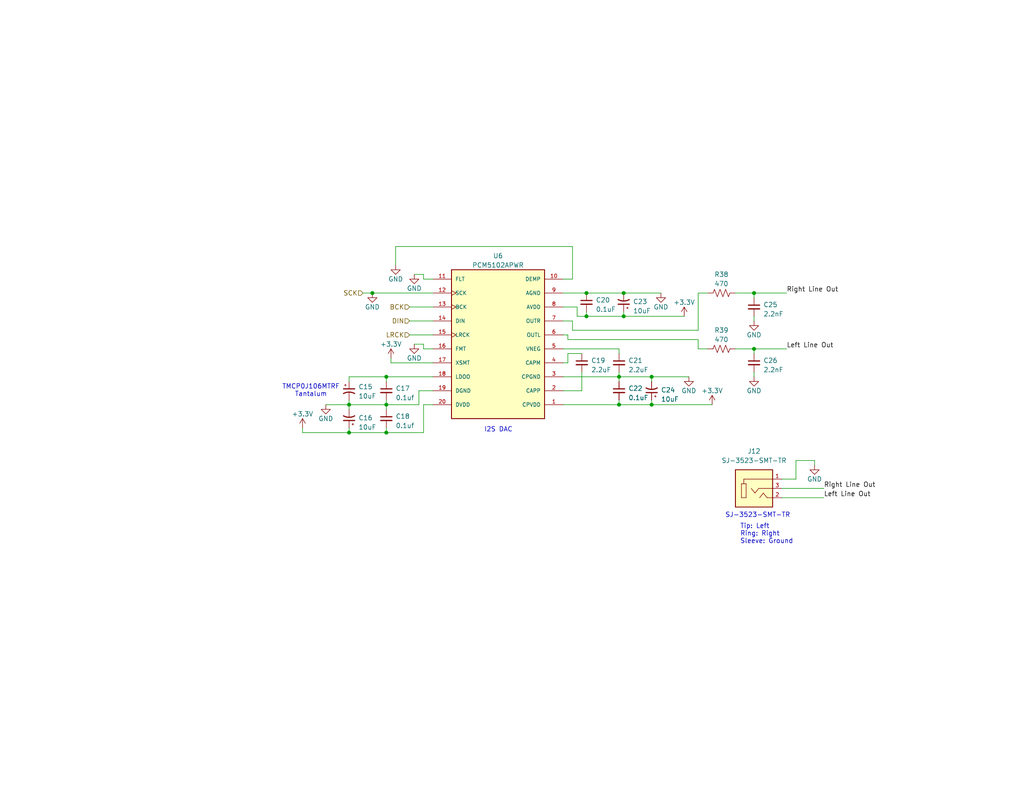
<source format=kicad_sch>
(kicad_sch
	(version 20231120)
	(generator "eeschema")
	(generator_version "8.0")
	(uuid "e0cda888-fb8e-4b5f-a87d-329666d29930")
	(paper "A")
	(title_block
		(title "Codex 43")
		(date "2024-08-15")
		(rev "A")
		(company "Department of Alchemy")
	)
	(lib_symbols
		(symbol "Department of Alchemy:PCM5102APWR"
			(pin_names
				(offset 1.016)
			)
			(exclude_from_sim no)
			(in_bom yes)
			(on_board yes)
			(property "Reference" "U"
				(at -12.7 28.9306 0)
				(effects
					(font
						(size 1.27 1.27)
					)
					(justify left bottom)
				)
			)
			(property "Value" "PCM5102APWR"
				(at -12.7 -19.05 0)
				(effects
					(font
						(size 1.27 1.27)
					)
					(justify left bottom)
				)
			)
			(property "Footprint" "SOP65P640X120-20N"
				(at 5.08 -24.13 0)
				(effects
					(font
						(size 1.27 1.27)
					)
					(justify left bottom)
					(hide yes)
				)
			)
			(property "Datasheet" ""
				(at 0 0 0)
				(effects
					(font
						(size 1.27 1.27)
					)
					(justify left bottom)
					(hide yes)
				)
			)
			(property "Description" ""
				(at 0 0 0)
				(effects
					(font
						(size 1.27 1.27)
					)
					(hide yes)
				)
			)
			(property "PARTREV" "C"
				(at 0 0 0)
				(effects
					(font
						(size 1.27 1.27)
					)
					(justify left bottom)
					(hide yes)
				)
			)
			(property "MANUFACTURER" "Texas Instruments"
				(at 5.08 -19.05 0)
				(effects
					(font
						(size 1.27 1.27)
					)
					(justify left bottom)
					(hide yes)
				)
			)
			(property "MAXIMUM_PACKAGE_HEIGHT" "1.2 mm"
				(at 5.08 -21.59 0)
				(effects
					(font
						(size 1.27 1.27)
					)
					(justify left bottom)
					(hide yes)
				)
			)
			(property "STANDARD" "IPC 7351B"
				(at 5.08 -26.67 0)
				(effects
					(font
						(size 1.27 1.27)
					)
					(justify left bottom)
					(hide yes)
				)
			)
			(property "ki_locked" ""
				(at 0 0 0)
				(effects
					(font
						(size 1.27 1.27)
					)
				)
			)
			(symbol "PCM5102APWR_0_0"
				(rectangle
					(start -12.7 27.94)
					(end 12.7 -12.7)
					(stroke
						(width 0.254)
						(type solid)
					)
					(fill
						(type background)
					)
				)
				(pin power_in line
					(at 17.78 -8.89 180)
					(length 5.08)
					(name "CPVDD"
						(effects
							(font
								(size 1.016 1.016)
							)
						)
					)
					(number "1"
						(effects
							(font
								(size 1.016 1.016)
							)
						)
					)
				)
				(pin input line
					(at 17.78 25.4 180)
					(length 5.08)
					(name "DEMP"
						(effects
							(font
								(size 1.016 1.016)
							)
						)
					)
					(number "10"
						(effects
							(font
								(size 1.016 1.016)
							)
						)
					)
				)
				(pin input line
					(at -17.78 25.4 0)
					(length 5.08)
					(name "FLT"
						(effects
							(font
								(size 1.016 1.016)
							)
						)
					)
					(number "11"
						(effects
							(font
								(size 1.016 1.016)
							)
						)
					)
				)
				(pin input clock
					(at -17.78 21.59 0)
					(length 5.08)
					(name "SCK"
						(effects
							(font
								(size 1.016 1.016)
							)
						)
					)
					(number "12"
						(effects
							(font
								(size 1.016 1.016)
							)
						)
					)
				)
				(pin input clock
					(at -17.78 17.78 0)
					(length 5.08)
					(name "BCK"
						(effects
							(font
								(size 1.016 1.016)
							)
						)
					)
					(number "13"
						(effects
							(font
								(size 1.016 1.016)
							)
						)
					)
				)
				(pin input line
					(at -17.78 13.97 0)
					(length 5.08)
					(name "DIN"
						(effects
							(font
								(size 1.016 1.016)
							)
						)
					)
					(number "14"
						(effects
							(font
								(size 1.016 1.016)
							)
						)
					)
				)
				(pin input clock
					(at -17.78 10.16 0)
					(length 5.08)
					(name "LRCK"
						(effects
							(font
								(size 1.016 1.016)
							)
						)
					)
					(number "15"
						(effects
							(font
								(size 1.016 1.016)
							)
						)
					)
				)
				(pin input line
					(at -17.78 6.35 0)
					(length 5.08)
					(name "FMT"
						(effects
							(font
								(size 1.016 1.016)
							)
						)
					)
					(number "16"
						(effects
							(font
								(size 1.016 1.016)
							)
						)
					)
				)
				(pin input line
					(at -17.78 2.54 0)
					(length 5.08)
					(name "XSMT"
						(effects
							(font
								(size 1.016 1.016)
							)
						)
					)
					(number "17"
						(effects
							(font
								(size 1.016 1.016)
							)
						)
					)
				)
				(pin power_in line
					(at -17.78 -1.27 0)
					(length 5.08)
					(name "LDOO"
						(effects
							(font
								(size 1.016 1.016)
							)
						)
					)
					(number "18"
						(effects
							(font
								(size 1.016 1.016)
							)
						)
					)
				)
				(pin power_in line
					(at -17.78 -5.08 0)
					(length 5.08)
					(name "DGND"
						(effects
							(font
								(size 1.016 1.016)
							)
						)
					)
					(number "19"
						(effects
							(font
								(size 1.016 1.016)
							)
						)
					)
				)
				(pin passive line
					(at 17.78 -5.08 180)
					(length 5.08)
					(name "CAPP"
						(effects
							(font
								(size 1.016 1.016)
							)
						)
					)
					(number "2"
						(effects
							(font
								(size 1.016 1.016)
							)
						)
					)
				)
				(pin power_in line
					(at -17.78 -8.89 0)
					(length 5.08)
					(name "DVDD"
						(effects
							(font
								(size 1.016 1.016)
							)
						)
					)
					(number "20"
						(effects
							(font
								(size 1.016 1.016)
							)
						)
					)
				)
				(pin power_in line
					(at 17.78 -1.27 180)
					(length 5.08)
					(name "CPGND"
						(effects
							(font
								(size 1.016 1.016)
							)
						)
					)
					(number "3"
						(effects
							(font
								(size 1.016 1.016)
							)
						)
					)
				)
				(pin passive line
					(at 17.78 2.54 180)
					(length 5.08)
					(name "CAPM"
						(effects
							(font
								(size 1.016 1.016)
							)
						)
					)
					(number "4"
						(effects
							(font
								(size 1.016 1.016)
							)
						)
					)
				)
				(pin output line
					(at 17.78 6.35 180)
					(length 5.08)
					(name "VNEG"
						(effects
							(font
								(size 1.016 1.016)
							)
						)
					)
					(number "5"
						(effects
							(font
								(size 1.016 1.016)
							)
						)
					)
				)
				(pin output line
					(at 17.78 10.16 180)
					(length 5.08)
					(name "OUTL"
						(effects
							(font
								(size 1.016 1.016)
							)
						)
					)
					(number "6"
						(effects
							(font
								(size 1.016 1.016)
							)
						)
					)
				)
				(pin output line
					(at 17.78 13.97 180)
					(length 5.08)
					(name "OUTR"
						(effects
							(font
								(size 1.016 1.016)
							)
						)
					)
					(number "7"
						(effects
							(font
								(size 1.016 1.016)
							)
						)
					)
				)
				(pin power_in line
					(at 17.78 17.78 180)
					(length 5.08)
					(name "AVDD"
						(effects
							(font
								(size 1.016 1.016)
							)
						)
					)
					(number "8"
						(effects
							(font
								(size 1.016 1.016)
							)
						)
					)
				)
				(pin power_in line
					(at 17.78 21.59 180)
					(length 5.08)
					(name "AGND"
						(effects
							(font
								(size 1.016 1.016)
							)
						)
					)
					(number "9"
						(effects
							(font
								(size 1.016 1.016)
							)
						)
					)
				)
			)
		)
		(symbol "Department of Alchemy:SJ-3523-SMT-TR"
			(pin_names
				(offset 1.016)
			)
			(exclude_from_sim no)
			(in_bom yes)
			(on_board yes)
			(property "Reference" "J"
				(at -5.1004 5.738 0)
				(effects
					(font
						(size 1.27 1.27)
					)
					(justify left bottom)
				)
			)
			(property "Value" "SJ-3523-SMT-TR"
				(at -5.1006 -7.6509 0)
				(effects
					(font
						(size 1.27 1.27)
					)
					(justify left bottom)
				)
			)
			(property "Footprint" "Department of Alchemy:CUI_SJ-3523-SMT-TR"
				(at -0.254 -10.16 0)
				(effects
					(font
						(size 1.27 1.27)
					)
					(justify bottom)
					(hide yes)
				)
			)
			(property "Datasheet" ""
				(at 0 0 0)
				(effects
					(font
						(size 1.27 1.27)
					)
					(hide yes)
				)
			)
			(property "Description" "3.50mm (0.141\", 1/8\", Mini Plug) - Headphone Phone Jack Stereo (3 Conductor, TRS) Connector Solder"
				(at 0 -15.748 0)
				(effects
					(font
						(size 1.27 1.27)
					)
					(hide yes)
				)
			)
			(property "MF" "CUI Inc"
				(at 0 -14.224 0)
				(effects
					(font
						(size 1.27 1.27)
					)
					(justify bottom)
					(hide yes)
				)
			)
			(property "STANDARD" "Manufacturer recommendations"
				(at 0.254 -12.192 0)
				(effects
					(font
						(size 1.27 1.27)
					)
					(justify bottom)
					(hide yes)
				)
			)
			(symbol "SJ-3523-SMT-TR_0_0"
				(rectangle
					(start -5.08 -5.08)
					(end 5.08 5.08)
					(stroke
						(width 0.254)
						(type default)
					)
					(fill
						(type background)
					)
				)
				(polyline
					(pts
						(xy -3.429 -2.54) (xy -2.159 -2.54)
					)
					(stroke
						(width 0.1524)
						(type default)
					)
					(fill
						(type none)
					)
				)
				(polyline
					(pts
						(xy -3.429 1.27) (xy -3.429 -2.54)
					)
					(stroke
						(width 0.1524)
						(type default)
					)
					(fill
						(type none)
					)
				)
				(polyline
					(pts
						(xy -2.794 1.27) (xy -3.429 1.27)
					)
					(stroke
						(width 0.1524)
						(type default)
					)
					(fill
						(type none)
					)
				)
				(polyline
					(pts
						(xy -2.794 1.27) (xy -2.794 2.54)
					)
					(stroke
						(width 0.1524)
						(type default)
					)
					(fill
						(type none)
					)
				)
				(polyline
					(pts
						(xy -2.794 2.54) (xy 5.08 2.54)
					)
					(stroke
						(width 0.1524)
						(type default)
					)
					(fill
						(type none)
					)
				)
				(polyline
					(pts
						(xy -2.159 -2.54) (xy -2.159 1.27)
					)
					(stroke
						(width 0.1524)
						(type default)
					)
					(fill
						(type none)
					)
				)
				(polyline
					(pts
						(xy -2.159 1.27) (xy -2.794 1.27)
					)
					(stroke
						(width 0.1524)
						(type default)
					)
					(fill
						(type none)
					)
				)
				(polyline
					(pts
						(xy 0.254 -1.27) (xy -0.762 0)
					)
					(stroke
						(width 0.1524)
						(type default)
					)
					(fill
						(type none)
					)
				)
				(polyline
					(pts
						(xy 1.27 0) (xy 0.254 -1.27)
					)
					(stroke
						(width 0.1524)
						(type default)
					)
					(fill
						(type none)
					)
				)
				(polyline
					(pts
						(xy 1.524 -2.54) (xy 2.54 -1.27)
					)
					(stroke
						(width 0.1524)
						(type default)
					)
					(fill
						(type none)
					)
				)
				(polyline
					(pts
						(xy 2.54 -1.27) (xy 3.556 -2.54)
					)
					(stroke
						(width 0.1524)
						(type default)
					)
					(fill
						(type none)
					)
				)
				(polyline
					(pts
						(xy 5.08 -2.54) (xy 3.556 -2.54)
					)
					(stroke
						(width 0.1524)
						(type default)
					)
					(fill
						(type none)
					)
				)
				(polyline
					(pts
						(xy 5.08 0) (xy 1.27 0)
					)
					(stroke
						(width 0.1524)
						(type default)
					)
					(fill
						(type none)
					)
				)
				(pin passive line
					(at 7.62 2.54 180)
					(length 2.54)
					(name "~"
						(effects
							(font
								(size 1.016 1.016)
							)
						)
					)
					(number "1"
						(effects
							(font
								(size 1.016 1.016)
							)
						)
					)
				)
				(pin passive line
					(at 7.62 -2.54 180)
					(length 2.54)
					(name "~"
						(effects
							(font
								(size 1.016 1.016)
							)
						)
					)
					(number "2"
						(effects
							(font
								(size 1.016 1.016)
							)
						)
					)
				)
				(pin passive line
					(at 7.62 0 180)
					(length 2.54)
					(name "~"
						(effects
							(font
								(size 1.016 1.016)
							)
						)
					)
					(number "3"
						(effects
							(font
								(size 1.016 1.016)
							)
						)
					)
				)
			)
		)
		(symbol "Device:C_Polarized_Small_US"
			(pin_numbers hide)
			(pin_names
				(offset 0.254) hide)
			(exclude_from_sim no)
			(in_bom yes)
			(on_board yes)
			(property "Reference" "C"
				(at 0.254 1.778 0)
				(effects
					(font
						(size 1.27 1.27)
					)
					(justify left)
				)
			)
			(property "Value" "C_Polarized_Small_US"
				(at 0.254 -2.032 0)
				(effects
					(font
						(size 1.27 1.27)
					)
					(justify left)
				)
			)
			(property "Footprint" ""
				(at 0 0 0)
				(effects
					(font
						(size 1.27 1.27)
					)
					(hide yes)
				)
			)
			(property "Datasheet" "~"
				(at 0 0 0)
				(effects
					(font
						(size 1.27 1.27)
					)
					(hide yes)
				)
			)
			(property "Description" "Polarized capacitor, small US symbol"
				(at 0 0 0)
				(effects
					(font
						(size 1.27 1.27)
					)
					(hide yes)
				)
			)
			(property "ki_keywords" "cap capacitor"
				(at 0 0 0)
				(effects
					(font
						(size 1.27 1.27)
					)
					(hide yes)
				)
			)
			(property "ki_fp_filters" "CP_*"
				(at 0 0 0)
				(effects
					(font
						(size 1.27 1.27)
					)
					(hide yes)
				)
			)
			(symbol "C_Polarized_Small_US_0_1"
				(polyline
					(pts
						(xy -1.524 0.508) (xy 1.524 0.508)
					)
					(stroke
						(width 0.3048)
						(type default)
					)
					(fill
						(type none)
					)
				)
				(polyline
					(pts
						(xy -1.27 1.524) (xy -0.762 1.524)
					)
					(stroke
						(width 0)
						(type default)
					)
					(fill
						(type none)
					)
				)
				(polyline
					(pts
						(xy -1.016 1.27) (xy -1.016 1.778)
					)
					(stroke
						(width 0)
						(type default)
					)
					(fill
						(type none)
					)
				)
				(arc
					(start 1.524 -0.762)
					(mid 0 -0.3734)
					(end -1.524 -0.762)
					(stroke
						(width 0.3048)
						(type default)
					)
					(fill
						(type none)
					)
				)
			)
			(symbol "C_Polarized_Small_US_1_1"
				(pin passive line
					(at 0 2.54 270)
					(length 2.032)
					(name "~"
						(effects
							(font
								(size 1.27 1.27)
							)
						)
					)
					(number "1"
						(effects
							(font
								(size 1.27 1.27)
							)
						)
					)
				)
				(pin passive line
					(at 0 -2.54 90)
					(length 2.032)
					(name "~"
						(effects
							(font
								(size 1.27 1.27)
							)
						)
					)
					(number "2"
						(effects
							(font
								(size 1.27 1.27)
							)
						)
					)
				)
			)
		)
		(symbol "Device:C_Small"
			(pin_numbers hide)
			(pin_names
				(offset 0.254) hide)
			(exclude_from_sim no)
			(in_bom yes)
			(on_board yes)
			(property "Reference" "C"
				(at 0.254 1.778 0)
				(effects
					(font
						(size 1.27 1.27)
					)
					(justify left)
				)
			)
			(property "Value" "C_Small"
				(at 0.254 -2.032 0)
				(effects
					(font
						(size 1.27 1.27)
					)
					(justify left)
				)
			)
			(property "Footprint" ""
				(at 0 0 0)
				(effects
					(font
						(size 1.27 1.27)
					)
					(hide yes)
				)
			)
			(property "Datasheet" "~"
				(at 0 0 0)
				(effects
					(font
						(size 1.27 1.27)
					)
					(hide yes)
				)
			)
			(property "Description" "Unpolarized capacitor, small symbol"
				(at 0 0 0)
				(effects
					(font
						(size 1.27 1.27)
					)
					(hide yes)
				)
			)
			(property "ki_keywords" "capacitor cap"
				(at 0 0 0)
				(effects
					(font
						(size 1.27 1.27)
					)
					(hide yes)
				)
			)
			(property "ki_fp_filters" "C_*"
				(at 0 0 0)
				(effects
					(font
						(size 1.27 1.27)
					)
					(hide yes)
				)
			)
			(symbol "C_Small_0_1"
				(polyline
					(pts
						(xy -1.524 -0.508) (xy 1.524 -0.508)
					)
					(stroke
						(width 0.3302)
						(type default)
					)
					(fill
						(type none)
					)
				)
				(polyline
					(pts
						(xy -1.524 0.508) (xy 1.524 0.508)
					)
					(stroke
						(width 0.3048)
						(type default)
					)
					(fill
						(type none)
					)
				)
			)
			(symbol "C_Small_1_1"
				(pin passive line
					(at 0 2.54 270)
					(length 2.032)
					(name "~"
						(effects
							(font
								(size 1.27 1.27)
							)
						)
					)
					(number "1"
						(effects
							(font
								(size 1.27 1.27)
							)
						)
					)
				)
				(pin passive line
					(at 0 -2.54 90)
					(length 2.032)
					(name "~"
						(effects
							(font
								(size 1.27 1.27)
							)
						)
					)
					(number "2"
						(effects
							(font
								(size 1.27 1.27)
							)
						)
					)
				)
			)
		)
		(symbol "Device:R_US"
			(pin_numbers hide)
			(pin_names
				(offset 0)
			)
			(exclude_from_sim no)
			(in_bom yes)
			(on_board yes)
			(property "Reference" "R"
				(at 2.54 0 90)
				(effects
					(font
						(size 1.27 1.27)
					)
				)
			)
			(property "Value" "R_US"
				(at -2.54 0 90)
				(effects
					(font
						(size 1.27 1.27)
					)
				)
			)
			(property "Footprint" ""
				(at 1.016 -0.254 90)
				(effects
					(font
						(size 1.27 1.27)
					)
					(hide yes)
				)
			)
			(property "Datasheet" "~"
				(at 0 0 0)
				(effects
					(font
						(size 1.27 1.27)
					)
					(hide yes)
				)
			)
			(property "Description" "Resistor, US symbol"
				(at 0 0 0)
				(effects
					(font
						(size 1.27 1.27)
					)
					(hide yes)
				)
			)
			(property "ki_keywords" "R res resistor"
				(at 0 0 0)
				(effects
					(font
						(size 1.27 1.27)
					)
					(hide yes)
				)
			)
			(property "ki_fp_filters" "R_*"
				(at 0 0 0)
				(effects
					(font
						(size 1.27 1.27)
					)
					(hide yes)
				)
			)
			(symbol "R_US_0_1"
				(polyline
					(pts
						(xy 0 -2.286) (xy 0 -2.54)
					)
					(stroke
						(width 0)
						(type default)
					)
					(fill
						(type none)
					)
				)
				(polyline
					(pts
						(xy 0 2.286) (xy 0 2.54)
					)
					(stroke
						(width 0)
						(type default)
					)
					(fill
						(type none)
					)
				)
				(polyline
					(pts
						(xy 0 -0.762) (xy 1.016 -1.143) (xy 0 -1.524) (xy -1.016 -1.905) (xy 0 -2.286)
					)
					(stroke
						(width 0)
						(type default)
					)
					(fill
						(type none)
					)
				)
				(polyline
					(pts
						(xy 0 0.762) (xy 1.016 0.381) (xy 0 0) (xy -1.016 -0.381) (xy 0 -0.762)
					)
					(stroke
						(width 0)
						(type default)
					)
					(fill
						(type none)
					)
				)
				(polyline
					(pts
						(xy 0 2.286) (xy 1.016 1.905) (xy 0 1.524) (xy -1.016 1.143) (xy 0 0.762)
					)
					(stroke
						(width 0)
						(type default)
					)
					(fill
						(type none)
					)
				)
			)
			(symbol "R_US_1_1"
				(pin passive line
					(at 0 3.81 270)
					(length 1.27)
					(name "~"
						(effects
							(font
								(size 1.27 1.27)
							)
						)
					)
					(number "1"
						(effects
							(font
								(size 1.27 1.27)
							)
						)
					)
				)
				(pin passive line
					(at 0 -3.81 90)
					(length 1.27)
					(name "~"
						(effects
							(font
								(size 1.27 1.27)
							)
						)
					)
					(number "2"
						(effects
							(font
								(size 1.27 1.27)
							)
						)
					)
				)
			)
		)
		(symbol "power:+3.3V"
			(power)
			(pin_names
				(offset 0)
			)
			(exclude_from_sim no)
			(in_bom yes)
			(on_board yes)
			(property "Reference" "#PWR"
				(at 0 -3.81 0)
				(effects
					(font
						(size 1.27 1.27)
					)
					(hide yes)
				)
			)
			(property "Value" "+3.3V"
				(at 0 3.556 0)
				(effects
					(font
						(size 1.27 1.27)
					)
				)
			)
			(property "Footprint" ""
				(at 0 0 0)
				(effects
					(font
						(size 1.27 1.27)
					)
					(hide yes)
				)
			)
			(property "Datasheet" ""
				(at 0 0 0)
				(effects
					(font
						(size 1.27 1.27)
					)
					(hide yes)
				)
			)
			(property "Description" "Power symbol creates a global label with name \"+3.3V\""
				(at 0 0 0)
				(effects
					(font
						(size 1.27 1.27)
					)
					(hide yes)
				)
			)
			(property "ki_keywords" "power-flag"
				(at 0 0 0)
				(effects
					(font
						(size 1.27 1.27)
					)
					(hide yes)
				)
			)
			(symbol "+3.3V_0_1"
				(polyline
					(pts
						(xy -0.762 1.27) (xy 0 2.54)
					)
					(stroke
						(width 0)
						(type default)
					)
					(fill
						(type none)
					)
				)
				(polyline
					(pts
						(xy 0 0) (xy 0 2.54)
					)
					(stroke
						(width 0)
						(type default)
					)
					(fill
						(type none)
					)
				)
				(polyline
					(pts
						(xy 0 2.54) (xy 0.762 1.27)
					)
					(stroke
						(width 0)
						(type default)
					)
					(fill
						(type none)
					)
				)
			)
			(symbol "+3.3V_1_1"
				(pin power_in line
					(at 0 0 90)
					(length 0) hide
					(name "+3V3"
						(effects
							(font
								(size 1.27 1.27)
							)
						)
					)
					(number "1"
						(effects
							(font
								(size 1.27 1.27)
							)
						)
					)
				)
			)
		)
		(symbol "power:GND"
			(power)
			(pin_names
				(offset 0)
			)
			(exclude_from_sim no)
			(in_bom yes)
			(on_board yes)
			(property "Reference" "#PWR"
				(at 0 -6.35 0)
				(effects
					(font
						(size 1.27 1.27)
					)
					(hide yes)
				)
			)
			(property "Value" "GND"
				(at 0 -3.81 0)
				(effects
					(font
						(size 1.27 1.27)
					)
				)
			)
			(property "Footprint" ""
				(at 0 0 0)
				(effects
					(font
						(size 1.27 1.27)
					)
					(hide yes)
				)
			)
			(property "Datasheet" ""
				(at 0 0 0)
				(effects
					(font
						(size 1.27 1.27)
					)
					(hide yes)
				)
			)
			(property "Description" "Power symbol creates a global label with name \"GND\" , ground"
				(at 0 0 0)
				(effects
					(font
						(size 1.27 1.27)
					)
					(hide yes)
				)
			)
			(property "ki_keywords" "power-flag"
				(at 0 0 0)
				(effects
					(font
						(size 1.27 1.27)
					)
					(hide yes)
				)
			)
			(symbol "GND_0_1"
				(polyline
					(pts
						(xy 0 0) (xy 0 -1.27) (xy 1.27 -1.27) (xy 0 -2.54) (xy -1.27 -1.27) (xy 0 -1.27)
					)
					(stroke
						(width 0)
						(type default)
					)
					(fill
						(type none)
					)
				)
			)
			(symbol "GND_1_1"
				(pin power_in line
					(at 0 0 270)
					(length 0) hide
					(name "GND"
						(effects
							(font
								(size 1.27 1.27)
							)
						)
					)
					(number "1"
						(effects
							(font
								(size 1.27 1.27)
							)
						)
					)
				)
			)
		)
	)
	(junction
		(at 95.25 110.49)
		(diameter 0)
		(color 0 0 0 0)
		(uuid "2bd4cd14-b464-4c4b-abc1-e16b2ad7994b")
	)
	(junction
		(at 170.18 86.36)
		(diameter 0)
		(color 0 0 0 0)
		(uuid "343fec63-6565-4fc8-99bf-44fb40b3bb34")
	)
	(junction
		(at 205.74 95.25)
		(diameter 0)
		(color 0 0 0 0)
		(uuid "45ea3cfb-9db5-4e32-b8f3-59b3b6a2c086")
	)
	(junction
		(at 177.8 110.49)
		(diameter 0)
		(color 0 0 0 0)
		(uuid "515d4230-710e-4f2a-8b76-d53f67e0940c")
	)
	(junction
		(at 177.8 102.87)
		(diameter 0)
		(color 0 0 0 0)
		(uuid "59a100c6-cf2d-42b2-a8f1-fb4c1ae6f037")
	)
	(junction
		(at 168.91 102.87)
		(diameter 0)
		(color 0 0 0 0)
		(uuid "83befdf4-dbbd-43bd-8600-b2c4da09b4e6")
	)
	(junction
		(at 95.25 118.11)
		(diameter 0)
		(color 0 0 0 0)
		(uuid "898a8ec4-ad21-4d55-b011-d3ecc341adb0")
	)
	(junction
		(at 205.74 80.01)
		(diameter 0)
		(color 0 0 0 0)
		(uuid "975b9a2d-afef-4c9f-8894-d89f78ee3024")
	)
	(junction
		(at 170.18 80.01)
		(diameter 0)
		(color 0 0 0 0)
		(uuid "986790c6-f55a-4c90-b38f-cf1ddbfaec08")
	)
	(junction
		(at 160.02 80.01)
		(diameter 0)
		(color 0 0 0 0)
		(uuid "a633edc4-3ef6-4e2b-9331-b90c91920276")
	)
	(junction
		(at 105.41 102.87)
		(diameter 0)
		(color 0 0 0 0)
		(uuid "c090c9b9-b471-4e51-b12e-702576cec1aa")
	)
	(junction
		(at 101.6 80.01)
		(diameter 0)
		(color 0 0 0 0)
		(uuid "d229c4b0-00a3-407a-bc12-665556e873a4")
	)
	(junction
		(at 160.02 86.36)
		(diameter 0)
		(color 0 0 0 0)
		(uuid "d4f4ce50-9833-44ed-97c2-dddc8479a88a")
	)
	(junction
		(at 105.41 118.11)
		(diameter 0)
		(color 0 0 0 0)
		(uuid "da34e107-7f59-4b2f-8190-86471c3bb4dd")
	)
	(junction
		(at 105.41 110.49)
		(diameter 0)
		(color 0 0 0 0)
		(uuid "ddae5c1d-ade0-4c50-a060-089bd8544f78")
	)
	(junction
		(at 168.91 110.49)
		(diameter 0)
		(color 0 0 0 0)
		(uuid "f8fa2e7c-da30-435f-b023-e1052c7cb439")
	)
	(wire
		(pts
			(xy 190.5 80.01) (xy 193.04 80.01)
		)
		(stroke
			(width 0)
			(type default)
		)
		(uuid "08c4c9dc-28c5-40b8-a6bb-844f124c0b56")
	)
	(wire
		(pts
			(xy 105.41 102.87) (xy 95.25 102.87)
		)
		(stroke
			(width 0)
			(type default)
		)
		(uuid "092f0f1a-a4c2-4cd6-88ae-0f37a60f8d62")
	)
	(wire
		(pts
			(xy 156.21 87.63) (xy 153.67 87.63)
		)
		(stroke
			(width 0)
			(type default)
		)
		(uuid "0f66609c-7e9b-487e-ad63-ac9f6a47a4e9")
	)
	(wire
		(pts
			(xy 213.36 130.81) (xy 217.17 130.81)
		)
		(stroke
			(width 0)
			(type default)
		)
		(uuid "105a57a0-f86f-4437-bfea-ef5f1af584b3")
	)
	(wire
		(pts
			(xy 157.48 83.82) (xy 157.48 86.36)
		)
		(stroke
			(width 0)
			(type default)
		)
		(uuid "10ef4e5b-5a10-4d5d-bd4a-4e53000b6e5f")
	)
	(wire
		(pts
			(xy 106.68 99.06) (xy 118.11 99.06)
		)
		(stroke
			(width 0)
			(type default)
		)
		(uuid "13091a69-f95c-4cfe-a217-46eb41b10d7a")
	)
	(wire
		(pts
			(xy 95.25 110.49) (xy 95.25 111.76)
		)
		(stroke
			(width 0)
			(type default)
		)
		(uuid "164c94a2-38fe-40d9-95b4-48058893ecdd")
	)
	(wire
		(pts
			(xy 95.25 118.11) (xy 105.41 118.11)
		)
		(stroke
			(width 0)
			(type default)
		)
		(uuid "18b6ec8c-5d76-4555-afc7-20710023975d")
	)
	(wire
		(pts
			(xy 95.25 110.49) (xy 88.9 110.49)
		)
		(stroke
			(width 0)
			(type default)
		)
		(uuid "1ec6bd16-6853-4e9c-84b9-9e8237e52b16")
	)
	(wire
		(pts
			(xy 168.91 96.52) (xy 168.91 95.25)
		)
		(stroke
			(width 0)
			(type default)
		)
		(uuid "20ef73b0-a88d-4918-bdee-1e4d72c714d2")
	)
	(wire
		(pts
			(xy 168.91 110.49) (xy 177.8 110.49)
		)
		(stroke
			(width 0)
			(type default)
		)
		(uuid "28577d51-989a-44a0-a97e-a7500488050a")
	)
	(wire
		(pts
			(xy 177.8 110.49) (xy 194.31 110.49)
		)
		(stroke
			(width 0)
			(type default)
		)
		(uuid "28e64899-1c3c-4638-a483-d527cbfde090")
	)
	(wire
		(pts
			(xy 177.8 102.87) (xy 177.8 104.14)
		)
		(stroke
			(width 0)
			(type default)
		)
		(uuid "2abdc63b-55da-4986-a828-28674607ee14")
	)
	(wire
		(pts
			(xy 153.67 83.82) (xy 157.48 83.82)
		)
		(stroke
			(width 0)
			(type default)
		)
		(uuid "2e082c70-ca92-453f-af6e-f658ec404a3d")
	)
	(wire
		(pts
			(xy 115.57 95.25) (xy 115.57 93.98)
		)
		(stroke
			(width 0)
			(type default)
		)
		(uuid "2ec4954a-519f-4b6f-a7f4-095ca4b278e9")
	)
	(wire
		(pts
			(xy 153.67 102.87) (xy 168.91 102.87)
		)
		(stroke
			(width 0)
			(type default)
		)
		(uuid "2fa6e0fd-c265-43d2-be72-2bdfa695950c")
	)
	(wire
		(pts
			(xy 154.94 96.52) (xy 154.94 99.06)
		)
		(stroke
			(width 0)
			(type default)
		)
		(uuid "3148c21a-e4d4-4af0-97dc-4e9ec867ae67")
	)
	(wire
		(pts
			(xy 153.67 80.01) (xy 160.02 80.01)
		)
		(stroke
			(width 0)
			(type default)
		)
		(uuid "31ddfa14-3a72-46e6-acfc-2a0771313ba5")
	)
	(wire
		(pts
			(xy 156.21 90.17) (xy 190.5 90.17)
		)
		(stroke
			(width 0)
			(type default)
		)
		(uuid "3476d6ce-c926-4a52-8e61-8da009a7a48e")
	)
	(wire
		(pts
			(xy 114.3 106.68) (xy 114.3 110.49)
		)
		(stroke
			(width 0)
			(type default)
		)
		(uuid "372b8ddb-ad08-4550-9b80-1946e1a40c73")
	)
	(wire
		(pts
			(xy 95.25 109.22) (xy 95.25 110.49)
		)
		(stroke
			(width 0)
			(type default)
		)
		(uuid "3b9605c6-92be-4cee-861d-e4af1142d3a4")
	)
	(wire
		(pts
			(xy 118.11 106.68) (xy 114.3 106.68)
		)
		(stroke
			(width 0)
			(type default)
		)
		(uuid "3e07355b-4551-4838-939a-f9181a556eb2")
	)
	(wire
		(pts
			(xy 99.06 80.01) (xy 101.6 80.01)
		)
		(stroke
			(width 0)
			(type default)
		)
		(uuid "45fd439d-3dd2-4c22-ace2-bb89022f61e2")
	)
	(wire
		(pts
			(xy 205.74 101.6) (xy 205.74 102.87)
		)
		(stroke
			(width 0)
			(type default)
		)
		(uuid "493e85b6-35d6-4c91-87eb-9220b7b0583f")
	)
	(wire
		(pts
			(xy 101.6 80.01) (xy 118.11 80.01)
		)
		(stroke
			(width 0)
			(type default)
		)
		(uuid "4cbabec8-5eb9-4573-b578-c99f641b8003")
	)
	(wire
		(pts
			(xy 115.57 110.49) (xy 115.57 118.11)
		)
		(stroke
			(width 0)
			(type default)
		)
		(uuid "4f80b6d2-9dce-4750-aa7c-b9b57cb6fc1e")
	)
	(wire
		(pts
			(xy 170.18 86.36) (xy 186.69 86.36)
		)
		(stroke
			(width 0)
			(type default)
		)
		(uuid "50b42d76-98e7-494f-8d0c-48d021adbe0c")
	)
	(wire
		(pts
			(xy 106.68 99.06) (xy 106.68 97.79)
		)
		(stroke
			(width 0)
			(type default)
		)
		(uuid "52f9887f-62ae-4565-9662-14bd7c280663")
	)
	(wire
		(pts
			(xy 118.11 95.25) (xy 115.57 95.25)
		)
		(stroke
			(width 0)
			(type default)
		)
		(uuid "56743d9d-2a3e-4287-be5b-16e690fa048b")
	)
	(wire
		(pts
			(xy 160.02 85.09) (xy 160.02 86.36)
		)
		(stroke
			(width 0)
			(type default)
		)
		(uuid "58a3f71a-fbbc-4824-b2dd-91c2eaedf9cd")
	)
	(wire
		(pts
			(xy 160.02 86.36) (xy 170.18 86.36)
		)
		(stroke
			(width 0)
			(type default)
		)
		(uuid "59fe828b-c4db-4f9c-90ec-bccc66d53309")
	)
	(wire
		(pts
			(xy 115.57 76.2) (xy 115.57 74.93)
		)
		(stroke
			(width 0)
			(type default)
		)
		(uuid "5a195a6d-4064-4541-ae31-6d23cfb58c67")
	)
	(wire
		(pts
			(xy 105.41 110.49) (xy 95.25 110.49)
		)
		(stroke
			(width 0)
			(type default)
		)
		(uuid "5ad30e3a-743b-4107-91b3-99f3d8ddb67f")
	)
	(wire
		(pts
			(xy 118.11 110.49) (xy 115.57 110.49)
		)
		(stroke
			(width 0)
			(type default)
		)
		(uuid "6138c531-c86d-4ff5-9efd-6b7913f38759")
	)
	(wire
		(pts
			(xy 156.21 76.2) (xy 156.21 67.31)
		)
		(stroke
			(width 0)
			(type default)
		)
		(uuid "64d88d53-986e-4b57-8f3d-68b9a52d9524")
	)
	(wire
		(pts
			(xy 168.91 95.25) (xy 153.67 95.25)
		)
		(stroke
			(width 0)
			(type default)
		)
		(uuid "6545592f-55b8-4560-b747-9424169217ad")
	)
	(wire
		(pts
			(xy 111.76 87.63) (xy 118.11 87.63)
		)
		(stroke
			(width 0)
			(type default)
		)
		(uuid "663a0aba-dd09-4853-ae86-67c2d3ce624f")
	)
	(wire
		(pts
			(xy 177.8 109.22) (xy 177.8 110.49)
		)
		(stroke
			(width 0)
			(type default)
		)
		(uuid "664d71d1-4b82-4d80-b468-8e13a6a73d5d")
	)
	(wire
		(pts
			(xy 168.91 101.6) (xy 168.91 102.87)
		)
		(stroke
			(width 0)
			(type default)
		)
		(uuid "6dffd128-2e96-4435-80e6-708e47ea0885")
	)
	(wire
		(pts
			(xy 114.3 110.49) (xy 105.41 110.49)
		)
		(stroke
			(width 0)
			(type default)
		)
		(uuid "7343733c-d602-44a0-8bca-6116a5f0ebae")
	)
	(wire
		(pts
			(xy 105.41 109.22) (xy 105.41 110.49)
		)
		(stroke
			(width 0)
			(type default)
		)
		(uuid "77afbfd3-7723-4bf5-8fca-aa074a211d62")
	)
	(wire
		(pts
			(xy 190.5 95.25) (xy 193.04 95.25)
		)
		(stroke
			(width 0)
			(type default)
		)
		(uuid "780aaf24-7438-4808-8c6d-e136e6eec741")
	)
	(wire
		(pts
			(xy 177.8 102.87) (xy 187.96 102.87)
		)
		(stroke
			(width 0)
			(type default)
		)
		(uuid "7abed62f-fe34-4904-9573-982077c46730")
	)
	(wire
		(pts
			(xy 190.5 92.71) (xy 190.5 95.25)
		)
		(stroke
			(width 0)
			(type default)
		)
		(uuid "7bb0a810-1154-4f8a-87cf-391afca98dc0")
	)
	(wire
		(pts
			(xy 168.91 102.87) (xy 177.8 102.87)
		)
		(stroke
			(width 0)
			(type default)
		)
		(uuid "7c20baa0-80fd-4391-8fac-f9a234351606")
	)
	(wire
		(pts
			(xy 113.03 74.93) (xy 115.57 74.93)
		)
		(stroke
			(width 0)
			(type default)
		)
		(uuid "7d948865-2caa-4138-9110-21457a88bf9c")
	)
	(wire
		(pts
			(xy 154.94 91.44) (xy 154.94 92.71)
		)
		(stroke
			(width 0)
			(type default)
		)
		(uuid "7f5320c5-58f4-495a-b9cc-1a27447c3557")
	)
	(wire
		(pts
			(xy 200.66 95.25) (xy 205.74 95.25)
		)
		(stroke
			(width 0)
			(type default)
		)
		(uuid "845ad145-b826-4e96-80ef-476ba5563f11")
	)
	(wire
		(pts
			(xy 168.91 102.87) (xy 168.91 104.14)
		)
		(stroke
			(width 0)
			(type default)
		)
		(uuid "88699992-e974-4960-88d5-3abfe7df341b")
	)
	(wire
		(pts
			(xy 156.21 87.63) (xy 156.21 90.17)
		)
		(stroke
			(width 0)
			(type default)
		)
		(uuid "8a0a7f86-44f2-49db-8def-0fe49dc0354a")
	)
	(wire
		(pts
			(xy 105.41 116.84) (xy 105.41 118.11)
		)
		(stroke
			(width 0)
			(type default)
		)
		(uuid "8b8ac4f9-7de2-4805-aad8-b362c2ee32ab")
	)
	(wire
		(pts
			(xy 153.67 110.49) (xy 168.91 110.49)
		)
		(stroke
			(width 0)
			(type default)
		)
		(uuid "8bd3a537-93ee-41a1-b9d4-71bb14c9e14e")
	)
	(wire
		(pts
			(xy 153.67 76.2) (xy 156.21 76.2)
		)
		(stroke
			(width 0)
			(type default)
		)
		(uuid "8feeda16-ccab-4a19-aaf7-964ed96059ac")
	)
	(wire
		(pts
			(xy 82.55 118.11) (xy 82.55 116.84)
		)
		(stroke
			(width 0)
			(type default)
		)
		(uuid "989250dc-5f37-47e6-a9bc-e1c9eed60744")
	)
	(wire
		(pts
			(xy 95.25 102.87) (xy 95.25 104.14)
		)
		(stroke
			(width 0)
			(type default)
		)
		(uuid "9a39aa83-9936-4b10-b8b6-dc3c5e59277b")
	)
	(wire
		(pts
			(xy 107.95 67.31) (xy 107.95 72.39)
		)
		(stroke
			(width 0)
			(type default)
		)
		(uuid "9b9dc261-12b6-419c-95d9-337182a0e070")
	)
	(wire
		(pts
			(xy 156.21 67.31) (xy 107.95 67.31)
		)
		(stroke
			(width 0)
			(type default)
		)
		(uuid "a02cbb44-c1ce-4651-87cd-1d7db4f47882")
	)
	(wire
		(pts
			(xy 105.41 110.49) (xy 105.41 111.76)
		)
		(stroke
			(width 0)
			(type default)
		)
		(uuid "a1bc96e6-2c11-469f-b082-d77eb27440ba")
	)
	(wire
		(pts
			(xy 200.66 80.01) (xy 205.74 80.01)
		)
		(stroke
			(width 0)
			(type default)
		)
		(uuid "a6498c56-1ac9-444d-8d2a-e389db4f520f")
	)
	(wire
		(pts
			(xy 205.74 80.01) (xy 205.74 81.28)
		)
		(stroke
			(width 0)
			(type default)
		)
		(uuid "a7a8c7c0-cf7b-4e46-a092-943794b5b316")
	)
	(wire
		(pts
			(xy 213.36 133.35) (xy 224.79 133.35)
		)
		(stroke
			(width 0)
			(type default)
		)
		(uuid "a84b095a-0484-4051-9c96-6405a602a1a0")
	)
	(wire
		(pts
			(xy 205.74 95.25) (xy 214.63 95.25)
		)
		(stroke
			(width 0)
			(type default)
		)
		(uuid "abbd46a4-2adb-4f5e-b38c-ac610f0de061")
	)
	(wire
		(pts
			(xy 217.17 130.81) (xy 217.17 125.73)
		)
		(stroke
			(width 0)
			(type default)
		)
		(uuid "ae85c499-dac1-484e-bb3d-449ea217dbcf")
	)
	(wire
		(pts
			(xy 154.94 99.06) (xy 153.67 99.06)
		)
		(stroke
			(width 0)
			(type default)
		)
		(uuid "b214c44a-16e1-4520-a823-e9dc4b1cf7af")
	)
	(wire
		(pts
			(xy 153.67 91.44) (xy 154.94 91.44)
		)
		(stroke
			(width 0)
			(type default)
		)
		(uuid "b3f6d29d-d65f-4ce2-a792-af1509ab12b0")
	)
	(wire
		(pts
			(xy 205.74 95.25) (xy 205.74 96.52)
		)
		(stroke
			(width 0)
			(type default)
		)
		(uuid "b6d82caf-3466-4242-a3d8-4fb5b62b0f9b")
	)
	(wire
		(pts
			(xy 115.57 93.98) (xy 113.03 93.98)
		)
		(stroke
			(width 0)
			(type default)
		)
		(uuid "bc7b51d7-7ad3-471c-b668-d693888c9eb3")
	)
	(wire
		(pts
			(xy 168.91 109.22) (xy 168.91 110.49)
		)
		(stroke
			(width 0)
			(type default)
		)
		(uuid "bcb5c1b6-36a3-4f7b-8f1b-291faace2321")
	)
	(wire
		(pts
			(xy 213.36 135.89) (xy 224.79 135.89)
		)
		(stroke
			(width 0)
			(type default)
		)
		(uuid "bdbcfa82-6349-42c1-a421-d15ee8b9beef")
	)
	(wire
		(pts
			(xy 222.25 125.73) (xy 222.25 127)
		)
		(stroke
			(width 0)
			(type default)
		)
		(uuid "bf43ac87-c991-4d2b-92a6-4267cd6c985a")
	)
	(wire
		(pts
			(xy 105.41 118.11) (xy 115.57 118.11)
		)
		(stroke
			(width 0)
			(type default)
		)
		(uuid "c08c871d-a421-48d2-a312-17b2e19bd146")
	)
	(wire
		(pts
			(xy 153.67 106.68) (xy 158.75 106.68)
		)
		(stroke
			(width 0)
			(type default)
		)
		(uuid "c1976415-254d-41b1-ac13-b12afa3e9f2e")
	)
	(wire
		(pts
			(xy 158.75 96.52) (xy 154.94 96.52)
		)
		(stroke
			(width 0)
			(type default)
		)
		(uuid "c423a6ef-71d7-4aa3-88b0-3e2cb6ac8e48")
	)
	(wire
		(pts
			(xy 82.55 118.11) (xy 95.25 118.11)
		)
		(stroke
			(width 0)
			(type default)
		)
		(uuid "c9bd4f6c-6a62-4fd7-91f0-8a6b5f656c5b")
	)
	(wire
		(pts
			(xy 157.48 86.36) (xy 160.02 86.36)
		)
		(stroke
			(width 0)
			(type default)
		)
		(uuid "cb0cc38c-2f47-44e3-8719-88214ef458cb")
	)
	(wire
		(pts
			(xy 118.11 76.2) (xy 115.57 76.2)
		)
		(stroke
			(width 0)
			(type default)
		)
		(uuid "ced80856-e35f-43aa-a17a-8bdd16a9695c")
	)
	(wire
		(pts
			(xy 170.18 85.09) (xy 170.18 86.36)
		)
		(stroke
			(width 0)
			(type default)
		)
		(uuid "d1dd6786-e258-4793-ac6b-15c63c29552c")
	)
	(wire
		(pts
			(xy 111.76 83.82) (xy 118.11 83.82)
		)
		(stroke
			(width 0)
			(type default)
		)
		(uuid "d7c647db-3a56-43e1-ac4c-73bf99844820")
	)
	(wire
		(pts
			(xy 105.41 102.87) (xy 105.41 104.14)
		)
		(stroke
			(width 0)
			(type default)
		)
		(uuid "da6abf3f-df3d-4503-9702-5926ed48952a")
	)
	(wire
		(pts
			(xy 118.11 102.87) (xy 105.41 102.87)
		)
		(stroke
			(width 0)
			(type default)
		)
		(uuid "dd03fc7f-f73b-4fe3-98da-0acb732472d0")
	)
	(wire
		(pts
			(xy 205.74 80.01) (xy 214.63 80.01)
		)
		(stroke
			(width 0)
			(type default)
		)
		(uuid "df25e807-b5b7-4002-a2e2-bdea367d8108")
	)
	(wire
		(pts
			(xy 217.17 125.73) (xy 222.25 125.73)
		)
		(stroke
			(width 0)
			(type default)
		)
		(uuid "ef7ea0ab-acb9-4ba3-b407-33d89aa083c8")
	)
	(wire
		(pts
			(xy 190.5 90.17) (xy 190.5 80.01)
		)
		(stroke
			(width 0)
			(type default)
		)
		(uuid "f16ed007-c86b-4502-9f1e-4fb31b9c0d37")
	)
	(wire
		(pts
			(xy 160.02 80.01) (xy 170.18 80.01)
		)
		(stroke
			(width 0)
			(type default)
		)
		(uuid "f1ea8155-a4ed-4fff-90a8-f22208b550ae")
	)
	(wire
		(pts
			(xy 205.74 86.36) (xy 205.74 87.63)
		)
		(stroke
			(width 0)
			(type default)
		)
		(uuid "f284134d-c977-4457-b95b-83bbe2223507")
	)
	(wire
		(pts
			(xy 170.18 80.01) (xy 180.34 80.01)
		)
		(stroke
			(width 0)
			(type default)
		)
		(uuid "f36e9f99-9a71-49b3-bce5-96e4a37b312a")
	)
	(wire
		(pts
			(xy 158.75 101.6) (xy 158.75 106.68)
		)
		(stroke
			(width 0)
			(type default)
		)
		(uuid "f5dd6b14-69ed-4cad-8943-ce9ed4d8e2f3")
	)
	(wire
		(pts
			(xy 154.94 92.71) (xy 190.5 92.71)
		)
		(stroke
			(width 0)
			(type default)
		)
		(uuid "fb643397-a27d-4302-b444-52bcfefe3e77")
	)
	(wire
		(pts
			(xy 111.76 91.44) (xy 118.11 91.44)
		)
		(stroke
			(width 0)
			(type default)
		)
		(uuid "ff1a7440-6d77-450e-b1f5-582163db3c6f")
	)
	(wire
		(pts
			(xy 95.25 116.84) (xy 95.25 118.11)
		)
		(stroke
			(width 0)
			(type default)
		)
		(uuid "ff997000-266f-4a1f-ac6c-92bce321dba2")
	)
	(text "Tip: Left\nRing: Right\nSleeve: Ground"
		(exclude_from_sim no)
		(at 201.93 148.59 0)
		(effects
			(font
				(size 1.27 1.27)
			)
			(justify left bottom)
		)
		(uuid "40ac9468-ae08-471c-8ef3-d029e155df2f")
	)
	(text "SJ-3523-SMT-TR"
		(exclude_from_sim no)
		(at 206.756 140.716 0)
		(effects
			(font
				(size 1.27 1.27)
			)
		)
		(uuid "6d0c1fa5-df1e-4984-93a6-16c86ac3b467")
	)
	(text "I2S DAC"
		(exclude_from_sim no)
		(at 132.08 118.11 0)
		(effects
			(font
				(size 1.27 1.27)
			)
			(justify left bottom)
		)
		(uuid "8b7152d0-1653-4216-a277-63aeaf2a410b")
	)
	(text "TMCP0J106MTRF\nTantalum"
		(exclude_from_sim no)
		(at 84.836 106.68 0)
		(effects
			(font
				(size 1.27 1.27)
			)
		)
		(uuid "911042ff-5a6d-4776-a5da-181d4f3e87b4")
	)
	(label "Left Line Out"
		(at 224.79 135.89 0)
		(fields_autoplaced yes)
		(effects
			(font
				(size 1.27 1.27)
			)
			(justify left bottom)
		)
		(uuid "088fad77-b44d-4262-9d13-aaa7943990ce")
	)
	(label "Right Line Out"
		(at 214.63 80.01 0)
		(fields_autoplaced yes)
		(effects
			(font
				(size 1.27 1.27)
			)
			(justify left bottom)
		)
		(uuid "188176f0-2caf-4263-a8c4-e381a8cf5eef")
	)
	(label "Right Line Out"
		(at 224.79 133.35 0)
		(fields_autoplaced yes)
		(effects
			(font
				(size 1.27 1.27)
			)
			(justify left bottom)
		)
		(uuid "6a0d5c8a-2291-48c1-a748-492943109e42")
	)
	(label "Left Line Out"
		(at 214.63 95.25 0)
		(fields_autoplaced yes)
		(effects
			(font
				(size 1.27 1.27)
			)
			(justify left bottom)
		)
		(uuid "8c6c90b1-debc-4eea-93d7-194b596badff")
	)
	(hierarchical_label "BCK"
		(shape input)
		(at 111.76 83.82 180)
		(fields_autoplaced yes)
		(effects
			(font
				(size 1.27 1.27)
			)
			(justify right)
		)
		(uuid "034aa7e5-f4c2-4031-b5ea-796259ea71e4")
	)
	(hierarchical_label "DIN"
		(shape input)
		(at 111.76 87.63 180)
		(fields_autoplaced yes)
		(effects
			(font
				(size 1.27 1.27)
			)
			(justify right)
		)
		(uuid "398564d8-eb35-4a95-b91d-7fd65aaf52c5")
	)
	(hierarchical_label "LRCK"
		(shape input)
		(at 111.76 91.44 180)
		(fields_autoplaced yes)
		(effects
			(font
				(size 1.27 1.27)
			)
			(justify right)
		)
		(uuid "8144234f-b27a-4d9f-89e0-1d4eaf2370ee")
	)
	(hierarchical_label "SCK"
		(shape input)
		(at 99.06 80.01 180)
		(fields_autoplaced yes)
		(effects
			(font
				(size 1.27 1.27)
			)
			(justify right)
		)
		(uuid "af4e23d3-108a-46e7-bb81-c9e153880816")
	)
	(symbol
		(lib_id "Device:C_Small")
		(at 168.91 99.06 0)
		(unit 1)
		(exclude_from_sim no)
		(in_bom yes)
		(on_board yes)
		(dnp no)
		(fields_autoplaced yes)
		(uuid "0013ea94-5ae6-4157-9932-b7ff94a84010")
		(property "Reference" "C21"
			(at 171.45 98.4313 0)
			(effects
				(font
					(size 1.27 1.27)
				)
				(justify left)
			)
		)
		(property "Value" "2.2uF"
			(at 171.45 100.9713 0)
			(effects
				(font
					(size 1.27 1.27)
				)
				(justify left)
			)
		)
		(property "Footprint" "Capacitor_SMD:C_0603_1608Metric"
			(at 168.91 99.06 0)
			(effects
				(font
					(size 1.27 1.27)
				)
				(hide yes)
			)
		)
		(property "Datasheet" "~"
			(at 168.91 99.06 0)
			(effects
				(font
					(size 1.27 1.27)
				)
				(hide yes)
			)
		)
		(property "Description" ""
			(at 168.91 99.06 0)
			(effects
				(font
					(size 1.27 1.27)
				)
				(hide yes)
			)
		)
		(pin "1"
			(uuid "8a831ae3-2d59-449f-9742-1442f028e5d4")
		)
		(pin "2"
			(uuid "15350303-ac44-44c5-99d2-50b5f072c8f3")
		)
		(instances
			(project "Codex43"
				(path "/02059a2a-2ff0-4a93-92c8-e849858c21a4/f74db371-dfbd-4b1b-ab6d-2f4f6ab0f20a"
					(reference "C21")
					(unit 1)
				)
			)
		)
	)
	(symbol
		(lib_id "power:GND")
		(at 205.74 102.87 0)
		(unit 1)
		(exclude_from_sim no)
		(in_bom yes)
		(on_board yes)
		(dnp no)
		(uuid "05bc0edf-04eb-47da-9903-221c3f0a2564")
		(property "Reference" "#PWR0101"
			(at 205.74 109.22 0)
			(effects
				(font
					(size 1.27 1.27)
				)
				(hide yes)
			)
		)
		(property "Value" "GND"
			(at 205.74 106.68 0)
			(effects
				(font
					(size 1.27 1.27)
				)
			)
		)
		(property "Footprint" ""
			(at 205.74 102.87 0)
			(effects
				(font
					(size 1.27 1.27)
				)
				(hide yes)
			)
		)
		(property "Datasheet" ""
			(at 205.74 102.87 0)
			(effects
				(font
					(size 1.27 1.27)
				)
				(hide yes)
			)
		)
		(property "Description" ""
			(at 205.74 102.87 0)
			(effects
				(font
					(size 1.27 1.27)
				)
				(hide yes)
			)
		)
		(pin "1"
			(uuid "df5f7414-e946-40b5-a6d2-c64973942091")
		)
		(instances
			(project "Codex43"
				(path "/02059a2a-2ff0-4a93-92c8-e849858c21a4/f74db371-dfbd-4b1b-ab6d-2f4f6ab0f20a"
					(reference "#PWR0101")
					(unit 1)
				)
			)
		)
	)
	(symbol
		(lib_id "Device:C_Small")
		(at 105.41 114.3 0)
		(unit 1)
		(exclude_from_sim no)
		(in_bom yes)
		(on_board yes)
		(dnp no)
		(fields_autoplaced yes)
		(uuid "0731d7d6-9b12-45ba-9fb5-11f5211a67f0")
		(property "Reference" "C18"
			(at 107.95 113.6713 0)
			(effects
				(font
					(size 1.27 1.27)
				)
				(justify left)
			)
		)
		(property "Value" "0.1uf"
			(at 107.95 116.2113 0)
			(effects
				(font
					(size 1.27 1.27)
				)
				(justify left)
			)
		)
		(property "Footprint" "Capacitor_SMD:C_0603_1608Metric"
			(at 105.41 114.3 0)
			(effects
				(font
					(size 1.27 1.27)
				)
				(hide yes)
			)
		)
		(property "Datasheet" "~"
			(at 105.41 114.3 0)
			(effects
				(font
					(size 1.27 1.27)
				)
				(hide yes)
			)
		)
		(property "Description" ""
			(at 105.41 114.3 0)
			(effects
				(font
					(size 1.27 1.27)
				)
				(hide yes)
			)
		)
		(pin "1"
			(uuid "63025172-771c-49fd-ac8f-370bd7585ce8")
		)
		(pin "2"
			(uuid "ecdfdb17-4c37-446c-896f-f64e94be67b3")
		)
		(instances
			(project "Codex43"
				(path "/02059a2a-2ff0-4a93-92c8-e849858c21a4/f74db371-dfbd-4b1b-ab6d-2f4f6ab0f20a"
					(reference "C18")
					(unit 1)
				)
			)
		)
	)
	(symbol
		(lib_id "power:GND")
		(at 180.34 80.01 0)
		(unit 1)
		(exclude_from_sim no)
		(in_bom yes)
		(on_board yes)
		(dnp no)
		(uuid "3534405c-22be-437d-98e5-c7b952e239e8")
		(property "Reference" "#PWR096"
			(at 180.34 86.36 0)
			(effects
				(font
					(size 1.27 1.27)
				)
				(hide yes)
			)
		)
		(property "Value" "GND"
			(at 180.34 83.82 0)
			(effects
				(font
					(size 1.27 1.27)
				)
			)
		)
		(property "Footprint" ""
			(at 180.34 80.01 0)
			(effects
				(font
					(size 1.27 1.27)
				)
				(hide yes)
			)
		)
		(property "Datasheet" ""
			(at 180.34 80.01 0)
			(effects
				(font
					(size 1.27 1.27)
				)
				(hide yes)
			)
		)
		(property "Description" ""
			(at 180.34 80.01 0)
			(effects
				(font
					(size 1.27 1.27)
				)
				(hide yes)
			)
		)
		(pin "1"
			(uuid "f21b39ab-21b3-4f4a-9c02-f1dabe587a9c")
		)
		(instances
			(project "Codex43"
				(path "/02059a2a-2ff0-4a93-92c8-e849858c21a4/f74db371-dfbd-4b1b-ab6d-2f4f6ab0f20a"
					(reference "#PWR096")
					(unit 1)
				)
			)
		)
	)
	(symbol
		(lib_id "Device:C_Polarized_Small_US")
		(at 95.25 114.3 180)
		(unit 1)
		(exclude_from_sim no)
		(in_bom yes)
		(on_board yes)
		(dnp no)
		(fields_autoplaced yes)
		(uuid "49ce4f74-c8f7-40e4-8b47-09a4f5231871")
		(property "Reference" "C16"
			(at 97.79 114.0968 0)
			(effects
				(font
					(size 1.27 1.27)
				)
				(justify right)
			)
		)
		(property "Value" "10uF"
			(at 97.79 116.6368 0)
			(effects
				(font
					(size 1.27 1.27)
				)
				(justify right)
			)
		)
		(property "Footprint" "Department of Alchemy:CAPPM2012X120N"
			(at 95.25 114.3 0)
			(effects
				(font
					(size 1.27 1.27)
				)
				(hide yes)
			)
		)
		(property "Datasheet" "~"
			(at 95.25 114.3 0)
			(effects
				(font
					(size 1.27 1.27)
				)
				(hide yes)
			)
		)
		(property "Description" ""
			(at 95.25 114.3 0)
			(effects
				(font
					(size 1.27 1.27)
				)
				(hide yes)
			)
		)
		(pin "1"
			(uuid "5073c848-952a-4a56-94a3-f909f18f8c51")
		)
		(pin "2"
			(uuid "39bf2bc0-7dd7-4579-a8e9-191c2b4f4517")
		)
		(instances
			(project "Codex43"
				(path "/02059a2a-2ff0-4a93-92c8-e849858c21a4/f74db371-dfbd-4b1b-ab6d-2f4f6ab0f20a"
					(reference "C16")
					(unit 1)
				)
			)
		)
	)
	(symbol
		(lib_id "Department of Alchemy:PCM5102APWR")
		(at 135.89 101.6 0)
		(unit 1)
		(exclude_from_sim no)
		(in_bom yes)
		(on_board yes)
		(dnp no)
		(fields_autoplaced yes)
		(uuid "4e8a21c5-30b2-48e5-bbc3-8315a1de8a18")
		(property "Reference" "U6"
			(at 135.89 69.85 0)
			(effects
				(font
					(size 1.27 1.27)
				)
			)
		)
		(property "Value" "PCM5102APWR"
			(at 135.89 72.39 0)
			(effects
				(font
					(size 1.27 1.27)
				)
			)
		)
		(property "Footprint" "Department of Alchemy:SOP65P640X120-20N"
			(at 140.97 125.73 0)
			(effects
				(font
					(size 1.27 1.27)
				)
				(justify left bottom)
				(hide yes)
			)
		)
		(property "Datasheet" ""
			(at 135.89 101.6 0)
			(effects
				(font
					(size 1.27 1.27)
				)
				(justify left bottom)
				(hide yes)
			)
		)
		(property "Description" ""
			(at 135.89 101.6 0)
			(effects
				(font
					(size 1.27 1.27)
				)
				(hide yes)
			)
		)
		(property "PARTREV" "C"
			(at 135.89 101.6 0)
			(effects
				(font
					(size 1.27 1.27)
				)
				(justify left bottom)
				(hide yes)
			)
		)
		(property "MANUFACTURER" "Texas Instruments"
			(at 140.97 120.65 0)
			(effects
				(font
					(size 1.27 1.27)
				)
				(justify left bottom)
				(hide yes)
			)
		)
		(property "MAXIMUM_PACKAGE_HEIGHT" "1.2 mm"
			(at 140.97 123.19 0)
			(effects
				(font
					(size 1.27 1.27)
				)
				(justify left bottom)
				(hide yes)
			)
		)
		(property "STANDARD" "IPC 7351B"
			(at 140.97 128.27 0)
			(effects
				(font
					(size 1.27 1.27)
				)
				(justify left bottom)
				(hide yes)
			)
		)
		(pin "1"
			(uuid "a06008a4-1b10-431c-bd5f-01cad3b21162")
		)
		(pin "10"
			(uuid "7fcf522e-b715-43b1-95c9-278706ea4aaa")
		)
		(pin "11"
			(uuid "51e92917-72fc-46ec-96bf-ddefe9bdaed5")
		)
		(pin "12"
			(uuid "5b65b3da-1467-4a25-b333-1f2297d16d33")
		)
		(pin "13"
			(uuid "7e574551-2b9b-4aed-a573-5c97a9adea36")
		)
		(pin "14"
			(uuid "5dedbae7-73ed-4163-8aeb-de63101b88b6")
		)
		(pin "15"
			(uuid "963c3f3f-156d-4b22-ac09-a34008e4e83c")
		)
		(pin "16"
			(uuid "98e73f91-2cd8-4666-9ba7-d31272d2eb41")
		)
		(pin "17"
			(uuid "57ec4eba-b35b-47a7-9c8e-9273ec97cf97")
		)
		(pin "18"
			(uuid "bbd7423a-393a-4049-917d-2db572452a4e")
		)
		(pin "19"
			(uuid "02856da7-f227-41a7-9982-83f32c9c10a3")
		)
		(pin "2"
			(uuid "0fd3a1b8-a860-4b86-8b3a-8cdf618ae1b5")
		)
		(pin "20"
			(uuid "1cc080e8-1dad-4d8a-a7ca-28b2b7eeacd5")
		)
		(pin "3"
			(uuid "8f19d91a-56a5-41d0-9428-30b6bce871be")
		)
		(pin "4"
			(uuid "8ac48f1d-bc4a-4d51-862f-e7c8987675d1")
		)
		(pin "5"
			(uuid "9a09653c-5d02-433b-9234-724e2a44076a")
		)
		(pin "6"
			(uuid "5705aee5-aff1-4e0a-bf7e-5a870e02737c")
		)
		(pin "7"
			(uuid "d743b01c-fa49-4e7b-bc9a-c9c2bea35f67")
		)
		(pin "8"
			(uuid "d16352d3-d71f-4693-9a07-3e3c67077b62")
		)
		(pin "9"
			(uuid "6356ce5e-f736-4fb1-b129-9bd9db8be5b6")
		)
		(instances
			(project "Codex43"
				(path "/02059a2a-2ff0-4a93-92c8-e849858c21a4/f74db371-dfbd-4b1b-ab6d-2f4f6ab0f20a"
					(reference "U6")
					(unit 1)
				)
			)
		)
	)
	(symbol
		(lib_id "power:+3.3V")
		(at 186.69 86.36 0)
		(unit 1)
		(exclude_from_sim no)
		(in_bom yes)
		(on_board yes)
		(dnp no)
		(fields_autoplaced yes)
		(uuid "5dfeae4d-f1e1-43af-8757-f75563311950")
		(property "Reference" "#PWR097"
			(at 186.69 90.17 0)
			(effects
				(font
					(size 1.27 1.27)
				)
				(hide yes)
			)
		)
		(property "Value" "+3.3V"
			(at 186.69 82.55 0)
			(effects
				(font
					(size 1.27 1.27)
				)
			)
		)
		(property "Footprint" ""
			(at 186.69 86.36 0)
			(effects
				(font
					(size 1.27 1.27)
				)
				(hide yes)
			)
		)
		(property "Datasheet" ""
			(at 186.69 86.36 0)
			(effects
				(font
					(size 1.27 1.27)
				)
				(hide yes)
			)
		)
		(property "Description" ""
			(at 186.69 86.36 0)
			(effects
				(font
					(size 1.27 1.27)
				)
				(hide yes)
			)
		)
		(pin "1"
			(uuid "fc22882c-169a-4f45-9ceb-f9292818d353")
		)
		(instances
			(project "Codex43"
				(path "/02059a2a-2ff0-4a93-92c8-e849858c21a4/f74db371-dfbd-4b1b-ab6d-2f4f6ab0f20a"
					(reference "#PWR097")
					(unit 1)
				)
			)
		)
	)
	(symbol
		(lib_id "Device:C_Polarized_Small_US")
		(at 170.18 82.55 180)
		(unit 1)
		(exclude_from_sim no)
		(in_bom yes)
		(on_board yes)
		(dnp no)
		(fields_autoplaced yes)
		(uuid "70c19566-0a3a-4a50-8ffa-fb28c91a6616")
		(property "Reference" "C23"
			(at 172.72 82.3468 0)
			(effects
				(font
					(size 1.27 1.27)
				)
				(justify right)
			)
		)
		(property "Value" "10uF"
			(at 172.72 84.8868 0)
			(effects
				(font
					(size 1.27 1.27)
				)
				(justify right)
			)
		)
		(property "Footprint" "Department of Alchemy:CAPPM2012X120N"
			(at 170.18 82.55 0)
			(effects
				(font
					(size 1.27 1.27)
				)
				(hide yes)
			)
		)
		(property "Datasheet" "~"
			(at 170.18 82.55 0)
			(effects
				(font
					(size 1.27 1.27)
				)
				(hide yes)
			)
		)
		(property "Description" ""
			(at 170.18 82.55 0)
			(effects
				(font
					(size 1.27 1.27)
				)
				(hide yes)
			)
		)
		(pin "1"
			(uuid "c18bd6ac-5fc4-4d4f-94bb-2c55a065e657")
		)
		(pin "2"
			(uuid "634a878a-acf7-4379-a1cd-93e3f8abfdc8")
		)
		(instances
			(project "Codex43"
				(path "/02059a2a-2ff0-4a93-92c8-e849858c21a4/f74db371-dfbd-4b1b-ab6d-2f4f6ab0f20a"
					(reference "C23")
					(unit 1)
				)
			)
		)
	)
	(symbol
		(lib_id "Device:C_Small")
		(at 205.74 99.06 0)
		(unit 1)
		(exclude_from_sim no)
		(in_bom yes)
		(on_board yes)
		(dnp no)
		(fields_autoplaced yes)
		(uuid "7105d766-c295-4ded-8f94-61e8279c6ad2")
		(property "Reference" "C26"
			(at 208.28 98.4313 0)
			(effects
				(font
					(size 1.27 1.27)
				)
				(justify left)
			)
		)
		(property "Value" "2.2nF"
			(at 208.28 100.9713 0)
			(effects
				(font
					(size 1.27 1.27)
				)
				(justify left)
			)
		)
		(property "Footprint" "Capacitor_SMD:C_0603_1608Metric"
			(at 205.74 99.06 0)
			(effects
				(font
					(size 1.27 1.27)
				)
				(hide yes)
			)
		)
		(property "Datasheet" "~"
			(at 205.74 99.06 0)
			(effects
				(font
					(size 1.27 1.27)
				)
				(hide yes)
			)
		)
		(property "Description" ""
			(at 205.74 99.06 0)
			(effects
				(font
					(size 1.27 1.27)
				)
				(hide yes)
			)
		)
		(pin "1"
			(uuid "bc6315dd-8464-44f5-af2f-a4f7b4077271")
		)
		(pin "2"
			(uuid "15df1cb8-2d00-4bf7-95a9-ed1527f2bcc0")
		)
		(instances
			(project "Codex43"
				(path "/02059a2a-2ff0-4a93-92c8-e849858c21a4/f74db371-dfbd-4b1b-ab6d-2f4f6ab0f20a"
					(reference "C26")
					(unit 1)
				)
			)
		)
	)
	(symbol
		(lib_id "power:GND")
		(at 107.95 72.39 0)
		(unit 1)
		(exclude_from_sim no)
		(in_bom yes)
		(on_board yes)
		(dnp no)
		(uuid "7ad3be65-7081-4d86-810f-eb3aef9949fe")
		(property "Reference" "#PWR093"
			(at 107.95 78.74 0)
			(effects
				(font
					(size 1.27 1.27)
				)
				(hide yes)
			)
		)
		(property "Value" "GND"
			(at 107.95 76.2 0)
			(effects
				(font
					(size 1.27 1.27)
				)
			)
		)
		(property "Footprint" ""
			(at 107.95 72.39 0)
			(effects
				(font
					(size 1.27 1.27)
				)
				(hide yes)
			)
		)
		(property "Datasheet" ""
			(at 107.95 72.39 0)
			(effects
				(font
					(size 1.27 1.27)
				)
				(hide yes)
			)
		)
		(property "Description" ""
			(at 107.95 72.39 0)
			(effects
				(font
					(size 1.27 1.27)
				)
				(hide yes)
			)
		)
		(pin "1"
			(uuid "2c62017a-e21e-419a-a64f-845d5795931a")
		)
		(instances
			(project "Codex43"
				(path "/02059a2a-2ff0-4a93-92c8-e849858c21a4/f74db371-dfbd-4b1b-ab6d-2f4f6ab0f20a"
					(reference "#PWR093")
					(unit 1)
				)
			)
		)
	)
	(symbol
		(lib_id "power:+3.3V")
		(at 82.55 116.84 0)
		(unit 1)
		(exclude_from_sim no)
		(in_bom yes)
		(on_board yes)
		(dnp no)
		(fields_autoplaced yes)
		(uuid "825c22e0-7d13-42b0-9dcd-8c53e5317b98")
		(property "Reference" "#PWR089"
			(at 82.55 120.65 0)
			(effects
				(font
					(size 1.27 1.27)
				)
				(hide yes)
			)
		)
		(property "Value" "+3.3V"
			(at 82.55 113.03 0)
			(effects
				(font
					(size 1.27 1.27)
				)
			)
		)
		(property "Footprint" ""
			(at 82.55 116.84 0)
			(effects
				(font
					(size 1.27 1.27)
				)
				(hide yes)
			)
		)
		(property "Datasheet" ""
			(at 82.55 116.84 0)
			(effects
				(font
					(size 1.27 1.27)
				)
				(hide yes)
			)
		)
		(property "Description" ""
			(at 82.55 116.84 0)
			(effects
				(font
					(size 1.27 1.27)
				)
				(hide yes)
			)
		)
		(pin "1"
			(uuid "7590fd0d-8bbd-4ded-aa00-9b5c15002e64")
		)
		(instances
			(project "Codex43"
				(path "/02059a2a-2ff0-4a93-92c8-e849858c21a4/f74db371-dfbd-4b1b-ab6d-2f4f6ab0f20a"
					(reference "#PWR089")
					(unit 1)
				)
			)
		)
	)
	(symbol
		(lib_id "power:GND")
		(at 113.03 93.98 0)
		(unit 1)
		(exclude_from_sim no)
		(in_bom yes)
		(on_board yes)
		(dnp no)
		(uuid "86e986ef-dc14-4764-8a9f-2c6d1dfb97ae")
		(property "Reference" "#PWR095"
			(at 113.03 100.33 0)
			(effects
				(font
					(size 1.27 1.27)
				)
				(hide yes)
			)
		)
		(property "Value" "GND"
			(at 113.03 97.79 0)
			(effects
				(font
					(size 1.27 1.27)
				)
			)
		)
		(property "Footprint" ""
			(at 113.03 93.98 0)
			(effects
				(font
					(size 1.27 1.27)
				)
				(hide yes)
			)
		)
		(property "Datasheet" ""
			(at 113.03 93.98 0)
			(effects
				(font
					(size 1.27 1.27)
				)
				(hide yes)
			)
		)
		(property "Description" ""
			(at 113.03 93.98 0)
			(effects
				(font
					(size 1.27 1.27)
				)
				(hide yes)
			)
		)
		(pin "1"
			(uuid "ee651eb3-4961-44cb-a371-47fbddd4ea69")
		)
		(instances
			(project "Codex43"
				(path "/02059a2a-2ff0-4a93-92c8-e849858c21a4/f74db371-dfbd-4b1b-ab6d-2f4f6ab0f20a"
					(reference "#PWR095")
					(unit 1)
				)
			)
		)
	)
	(symbol
		(lib_id "power:+3.3V")
		(at 106.68 97.79 0)
		(unit 1)
		(exclude_from_sim no)
		(in_bom yes)
		(on_board yes)
		(dnp no)
		(fields_autoplaced yes)
		(uuid "87e776c6-d299-4056-9aec-01d6973b3ff1")
		(property "Reference" "#PWR092"
			(at 106.68 101.6 0)
			(effects
				(font
					(size 1.27 1.27)
				)
				(hide yes)
			)
		)
		(property "Value" "+3.3V"
			(at 106.68 93.98 0)
			(effects
				(font
					(size 1.27 1.27)
				)
			)
		)
		(property "Footprint" ""
			(at 106.68 97.79 0)
			(effects
				(font
					(size 1.27 1.27)
				)
				(hide yes)
			)
		)
		(property "Datasheet" ""
			(at 106.68 97.79 0)
			(effects
				(font
					(size 1.27 1.27)
				)
				(hide yes)
			)
		)
		(property "Description" ""
			(at 106.68 97.79 0)
			(effects
				(font
					(size 1.27 1.27)
				)
				(hide yes)
			)
		)
		(pin "1"
			(uuid "eb5924c0-ec84-4558-b6a9-263644cdd924")
		)
		(instances
			(project "Codex43"
				(path "/02059a2a-2ff0-4a93-92c8-e849858c21a4/f74db371-dfbd-4b1b-ab6d-2f4f6ab0f20a"
					(reference "#PWR092")
					(unit 1)
				)
			)
		)
	)
	(symbol
		(lib_id "Device:C_Small")
		(at 160.02 82.55 0)
		(unit 1)
		(exclude_from_sim no)
		(in_bom yes)
		(on_board yes)
		(dnp no)
		(fields_autoplaced yes)
		(uuid "9a872fec-a9eb-43ac-9d24-48e3245864d3")
		(property "Reference" "C20"
			(at 162.56 81.9213 0)
			(effects
				(font
					(size 1.27 1.27)
				)
				(justify left)
			)
		)
		(property "Value" "0.1uF"
			(at 162.56 84.4613 0)
			(effects
				(font
					(size 1.27 1.27)
				)
				(justify left)
			)
		)
		(property "Footprint" "Capacitor_SMD:C_0603_1608Metric"
			(at 160.02 82.55 0)
			(effects
				(font
					(size 1.27 1.27)
				)
				(hide yes)
			)
		)
		(property "Datasheet" "~"
			(at 160.02 82.55 0)
			(effects
				(font
					(size 1.27 1.27)
				)
				(hide yes)
			)
		)
		(property "Description" ""
			(at 160.02 82.55 0)
			(effects
				(font
					(size 1.27 1.27)
				)
				(hide yes)
			)
		)
		(pin "1"
			(uuid "a95ee8fe-e693-4d1d-be9b-a40c18f14ef3")
		)
		(pin "2"
			(uuid "96fd1108-d23c-4ee3-a608-959245ed9ba9")
		)
		(instances
			(project "Codex43"
				(path "/02059a2a-2ff0-4a93-92c8-e849858c21a4/f74db371-dfbd-4b1b-ab6d-2f4f6ab0f20a"
					(reference "C20")
					(unit 1)
				)
			)
		)
	)
	(symbol
		(lib_id "Device:C_Small")
		(at 168.91 106.68 0)
		(unit 1)
		(exclude_from_sim no)
		(in_bom yes)
		(on_board yes)
		(dnp no)
		(fields_autoplaced yes)
		(uuid "a286b988-71c0-4056-ac1c-dd9cc062c5d4")
		(property "Reference" "C22"
			(at 171.45 106.0513 0)
			(effects
				(font
					(size 1.27 1.27)
				)
				(justify left)
			)
		)
		(property "Value" "0.1uF"
			(at 171.45 108.5913 0)
			(effects
				(font
					(size 1.27 1.27)
				)
				(justify left)
			)
		)
		(property "Footprint" "Capacitor_SMD:C_0603_1608Metric"
			(at 168.91 106.68 0)
			(effects
				(font
					(size 1.27 1.27)
				)
				(hide yes)
			)
		)
		(property "Datasheet" "~"
			(at 168.91 106.68 0)
			(effects
				(font
					(size 1.27 1.27)
				)
				(hide yes)
			)
		)
		(property "Description" ""
			(at 168.91 106.68 0)
			(effects
				(font
					(size 1.27 1.27)
				)
				(hide yes)
			)
		)
		(pin "1"
			(uuid "42f20c8a-eee0-4bd0-8f33-f723680a5209")
		)
		(pin "2"
			(uuid "10b0fc35-f156-422a-9e79-d2036a99e974")
		)
		(instances
			(project "Codex43"
				(path "/02059a2a-2ff0-4a93-92c8-e849858c21a4/f74db371-dfbd-4b1b-ab6d-2f4f6ab0f20a"
					(reference "C22")
					(unit 1)
				)
			)
		)
	)
	(symbol
		(lib_id "power:GND")
		(at 222.25 127 0)
		(unit 1)
		(exclude_from_sim no)
		(in_bom yes)
		(on_board yes)
		(dnp no)
		(uuid "aadb35eb-3fa2-4e61-9ca0-673b84f93920")
		(property "Reference" "#PWR0102"
			(at 222.25 133.35 0)
			(effects
				(font
					(size 1.27 1.27)
				)
				(hide yes)
			)
		)
		(property "Value" "GND"
			(at 222.25 130.81 0)
			(effects
				(font
					(size 1.27 1.27)
				)
			)
		)
		(property "Footprint" ""
			(at 222.25 127 0)
			(effects
				(font
					(size 1.27 1.27)
				)
				(hide yes)
			)
		)
		(property "Datasheet" ""
			(at 222.25 127 0)
			(effects
				(font
					(size 1.27 1.27)
				)
				(hide yes)
			)
		)
		(property "Description" ""
			(at 222.25 127 0)
			(effects
				(font
					(size 1.27 1.27)
				)
				(hide yes)
			)
		)
		(pin "1"
			(uuid "d2032ce0-e071-4c36-bbe3-d07ab670434d")
		)
		(instances
			(project "Codex43"
				(path "/02059a2a-2ff0-4a93-92c8-e849858c21a4/f74db371-dfbd-4b1b-ab6d-2f4f6ab0f20a"
					(reference "#PWR0102")
					(unit 1)
				)
			)
		)
	)
	(symbol
		(lib_id "power:GND")
		(at 88.9 110.49 0)
		(unit 1)
		(exclude_from_sim no)
		(in_bom yes)
		(on_board yes)
		(dnp no)
		(uuid "abd281c5-52f0-4433-a517-247b10dc3a03")
		(property "Reference" "#PWR090"
			(at 88.9 116.84 0)
			(effects
				(font
					(size 1.27 1.27)
				)
				(hide yes)
			)
		)
		(property "Value" "GND"
			(at 88.9 114.3 0)
			(effects
				(font
					(size 1.27 1.27)
				)
			)
		)
		(property "Footprint" ""
			(at 88.9 110.49 0)
			(effects
				(font
					(size 1.27 1.27)
				)
				(hide yes)
			)
		)
		(property "Datasheet" ""
			(at 88.9 110.49 0)
			(effects
				(font
					(size 1.27 1.27)
				)
				(hide yes)
			)
		)
		(property "Description" ""
			(at 88.9 110.49 0)
			(effects
				(font
					(size 1.27 1.27)
				)
				(hide yes)
			)
		)
		(pin "1"
			(uuid "f82b66aa-f1a4-4195-982d-b844fb514485")
		)
		(instances
			(project "Codex43"
				(path "/02059a2a-2ff0-4a93-92c8-e849858c21a4/f74db371-dfbd-4b1b-ab6d-2f4f6ab0f20a"
					(reference "#PWR090")
					(unit 1)
				)
			)
		)
	)
	(symbol
		(lib_id "Device:C_Small")
		(at 205.74 83.82 0)
		(unit 1)
		(exclude_from_sim no)
		(in_bom yes)
		(on_board yes)
		(dnp no)
		(fields_autoplaced yes)
		(uuid "b3873905-899d-4da6-b34a-18fd1ef1f298")
		(property "Reference" "C25"
			(at 208.28 83.1913 0)
			(effects
				(font
					(size 1.27 1.27)
				)
				(justify left)
			)
		)
		(property "Value" "2.2nF"
			(at 208.28 85.7313 0)
			(effects
				(font
					(size 1.27 1.27)
				)
				(justify left)
			)
		)
		(property "Footprint" "Capacitor_SMD:C_0603_1608Metric"
			(at 205.74 83.82 0)
			(effects
				(font
					(size 1.27 1.27)
				)
				(hide yes)
			)
		)
		(property "Datasheet" "~"
			(at 205.74 83.82 0)
			(effects
				(font
					(size 1.27 1.27)
				)
				(hide yes)
			)
		)
		(property "Description" ""
			(at 205.74 83.82 0)
			(effects
				(font
					(size 1.27 1.27)
				)
				(hide yes)
			)
		)
		(pin "1"
			(uuid "38b7a9f5-bbc4-4730-b508-d49894eacf9c")
		)
		(pin "2"
			(uuid "7de9c069-4480-487a-a2e9-a54072a74462")
		)
		(instances
			(project "Codex43"
				(path "/02059a2a-2ff0-4a93-92c8-e849858c21a4/f74db371-dfbd-4b1b-ab6d-2f4f6ab0f20a"
					(reference "C25")
					(unit 1)
				)
			)
		)
	)
	(symbol
		(lib_id "power:GND")
		(at 113.03 74.93 0)
		(unit 1)
		(exclude_from_sim no)
		(in_bom yes)
		(on_board yes)
		(dnp no)
		(uuid "b429b195-e016-4a86-8af0-9e763e9bfaa6")
		(property "Reference" "#PWR094"
			(at 113.03 81.28 0)
			(effects
				(font
					(size 1.27 1.27)
				)
				(hide yes)
			)
		)
		(property "Value" "GND"
			(at 113.03 78.74 0)
			(effects
				(font
					(size 1.27 1.27)
				)
			)
		)
		(property "Footprint" ""
			(at 113.03 74.93 0)
			(effects
				(font
					(size 1.27 1.27)
				)
				(hide yes)
			)
		)
		(property "Datasheet" ""
			(at 113.03 74.93 0)
			(effects
				(font
					(size 1.27 1.27)
				)
				(hide yes)
			)
		)
		(property "Description" ""
			(at 113.03 74.93 0)
			(effects
				(font
					(size 1.27 1.27)
				)
				(hide yes)
			)
		)
		(pin "1"
			(uuid "ec964ebc-8f48-4b4a-9817-14b48fcec2c6")
		)
		(instances
			(project "Codex43"
				(path "/02059a2a-2ff0-4a93-92c8-e849858c21a4/f74db371-dfbd-4b1b-ab6d-2f4f6ab0f20a"
					(reference "#PWR094")
					(unit 1)
				)
			)
		)
	)
	(symbol
		(lib_id "Device:C_Small")
		(at 105.41 106.68 0)
		(unit 1)
		(exclude_from_sim no)
		(in_bom yes)
		(on_board yes)
		(dnp no)
		(fields_autoplaced yes)
		(uuid "b662b7ac-8baf-480c-a43b-c6a784051528")
		(property "Reference" "C17"
			(at 107.95 106.0513 0)
			(effects
				(font
					(size 1.27 1.27)
				)
				(justify left)
			)
		)
		(property "Value" "0.1uf"
			(at 107.95 108.5913 0)
			(effects
				(font
					(size 1.27 1.27)
				)
				(justify left)
			)
		)
		(property "Footprint" "Capacitor_SMD:C_0603_1608Metric"
			(at 105.41 106.68 0)
			(effects
				(font
					(size 1.27 1.27)
				)
				(hide yes)
			)
		)
		(property "Datasheet" "~"
			(at 105.41 106.68 0)
			(effects
				(font
					(size 1.27 1.27)
				)
				(hide yes)
			)
		)
		(property "Description" ""
			(at 105.41 106.68 0)
			(effects
				(font
					(size 1.27 1.27)
				)
				(hide yes)
			)
		)
		(pin "1"
			(uuid "533d4339-fa17-410b-a34e-f8064faae31b")
		)
		(pin "2"
			(uuid "1786c6f5-16c3-46f2-aa5d-3d6905bf6d1b")
		)
		(instances
			(project "Codex43"
				(path "/02059a2a-2ff0-4a93-92c8-e849858c21a4/f74db371-dfbd-4b1b-ab6d-2f4f6ab0f20a"
					(reference "C17")
					(unit 1)
				)
			)
		)
	)
	(symbol
		(lib_id "power:GND")
		(at 101.6 80.01 0)
		(unit 1)
		(exclude_from_sim no)
		(in_bom yes)
		(on_board yes)
		(dnp no)
		(uuid "b79d4f15-dc52-4afa-b8f8-119b183894f4")
		(property "Reference" "#PWR091"
			(at 101.6 86.36 0)
			(effects
				(font
					(size 1.27 1.27)
				)
				(hide yes)
			)
		)
		(property "Value" "GND"
			(at 101.6 83.82 0)
			(effects
				(font
					(size 1.27 1.27)
				)
			)
		)
		(property "Footprint" ""
			(at 101.6 80.01 0)
			(effects
				(font
					(size 1.27 1.27)
				)
				(hide yes)
			)
		)
		(property "Datasheet" ""
			(at 101.6 80.01 0)
			(effects
				(font
					(size 1.27 1.27)
				)
				(hide yes)
			)
		)
		(property "Description" ""
			(at 101.6 80.01 0)
			(effects
				(font
					(size 1.27 1.27)
				)
				(hide yes)
			)
		)
		(pin "1"
			(uuid "9dba189b-5370-46e9-a2d2-f4f2757f96e6")
		)
		(instances
			(project "Codex43"
				(path "/02059a2a-2ff0-4a93-92c8-e849858c21a4/f74db371-dfbd-4b1b-ab6d-2f4f6ab0f20a"
					(reference "#PWR091")
					(unit 1)
				)
			)
		)
	)
	(symbol
		(lib_id "Department of Alchemy:SJ-3523-SMT-TR")
		(at 205.74 133.35 0)
		(unit 1)
		(exclude_from_sim no)
		(in_bom yes)
		(on_board yes)
		(dnp no)
		(fields_autoplaced yes)
		(uuid "be6e9b4d-639c-4e07-a8be-7fbe727c9edf")
		(property "Reference" "J12"
			(at 205.74 123.19 0)
			(effects
				(font
					(size 1.27 1.27)
				)
			)
		)
		(property "Value" "SJ-3523-SMT-TR"
			(at 205.74 125.73 0)
			(effects
				(font
					(size 1.27 1.27)
				)
			)
		)
		(property "Footprint" "Department of Alchemy:CUI_SJ-3523-SMT-TR"
			(at 205.486 143.51 0)
			(effects
				(font
					(size 1.27 1.27)
				)
				(justify bottom)
				(hide yes)
			)
		)
		(property "Datasheet" ""
			(at 205.74 133.35 0)
			(effects
				(font
					(size 1.27 1.27)
				)
				(hide yes)
			)
		)
		(property "Description" "3.50mm (0.141\", 1/8\", Mini Plug) - Headphone Phone Jack Stereo (3 Conductor, TRS) Connector Solder"
			(at 205.74 149.098 0)
			(effects
				(font
					(size 1.27 1.27)
				)
				(hide yes)
			)
		)
		(property "MF" "CUI Inc"
			(at 205.74 147.574 0)
			(effects
				(font
					(size 1.27 1.27)
				)
				(justify bottom)
				(hide yes)
			)
		)
		(property "STANDARD" "Manufacturer recommendations"
			(at 205.994 145.542 0)
			(effects
				(font
					(size 1.27 1.27)
				)
				(justify bottom)
				(hide yes)
			)
		)
		(pin "3"
			(uuid "f302c0c7-ddc4-47c8-a590-6651fe695483")
		)
		(pin "2"
			(uuid "e984388c-fb76-4d1a-b3d5-91c5847e8b90")
		)
		(pin "1"
			(uuid "59720e0a-3de6-4c7b-a3ee-dd05abed0eb8")
		)
		(instances
			(project ""
				(path "/02059a2a-2ff0-4a93-92c8-e849858c21a4/f74db371-dfbd-4b1b-ab6d-2f4f6ab0f20a"
					(reference "J12")
					(unit 1)
				)
			)
		)
	)
	(symbol
		(lib_id "power:GND")
		(at 205.74 87.63 0)
		(unit 1)
		(exclude_from_sim no)
		(in_bom yes)
		(on_board yes)
		(dnp no)
		(uuid "c257a94d-a4d5-4934-8adb-40f7d89adb5a")
		(property "Reference" "#PWR0100"
			(at 205.74 93.98 0)
			(effects
				(font
					(size 1.27 1.27)
				)
				(hide yes)
			)
		)
		(property "Value" "GND"
			(at 205.74 91.44 0)
			(effects
				(font
					(size 1.27 1.27)
				)
			)
		)
		(property "Footprint" ""
			(at 205.74 87.63 0)
			(effects
				(font
					(size 1.27 1.27)
				)
				(hide yes)
			)
		)
		(property "Datasheet" ""
			(at 205.74 87.63 0)
			(effects
				(font
					(size 1.27 1.27)
				)
				(hide yes)
			)
		)
		(property "Description" ""
			(at 205.74 87.63 0)
			(effects
				(font
					(size 1.27 1.27)
				)
				(hide yes)
			)
		)
		(pin "1"
			(uuid "2c0433d3-3607-471e-bc3a-732437315810")
		)
		(instances
			(project "Codex43"
				(path "/02059a2a-2ff0-4a93-92c8-e849858c21a4/f74db371-dfbd-4b1b-ab6d-2f4f6ab0f20a"
					(reference "#PWR0100")
					(unit 1)
				)
			)
		)
	)
	(symbol
		(lib_id "Device:C_Small")
		(at 158.75 99.06 0)
		(unit 1)
		(exclude_from_sim no)
		(in_bom yes)
		(on_board yes)
		(dnp no)
		(fields_autoplaced yes)
		(uuid "ce1347a8-420e-4df0-91ef-7c05eb55533c")
		(property "Reference" "C19"
			(at 161.29 98.4313 0)
			(effects
				(font
					(size 1.27 1.27)
				)
				(justify left)
			)
		)
		(property "Value" "2.2uF"
			(at 161.29 100.9713 0)
			(effects
				(font
					(size 1.27 1.27)
				)
				(justify left)
			)
		)
		(property "Footprint" "Capacitor_SMD:C_0603_1608Metric"
			(at 158.75 99.06 0)
			(effects
				(font
					(size 1.27 1.27)
				)
				(hide yes)
			)
		)
		(property "Datasheet" "~"
			(at 158.75 99.06 0)
			(effects
				(font
					(size 1.27 1.27)
				)
				(hide yes)
			)
		)
		(property "Description" ""
			(at 158.75 99.06 0)
			(effects
				(font
					(size 1.27 1.27)
				)
				(hide yes)
			)
		)
		(pin "1"
			(uuid "1498dc78-3adb-4f2a-acad-10932700614b")
		)
		(pin "2"
			(uuid "b4c00a52-a66e-4240-806e-00323d2e8c89")
		)
		(instances
			(project "Codex43"
				(path "/02059a2a-2ff0-4a93-92c8-e849858c21a4/f74db371-dfbd-4b1b-ab6d-2f4f6ab0f20a"
					(reference "C19")
					(unit 1)
				)
			)
		)
	)
	(symbol
		(lib_id "power:GND")
		(at 187.96 102.87 0)
		(unit 1)
		(exclude_from_sim no)
		(in_bom yes)
		(on_board yes)
		(dnp no)
		(uuid "d3748a11-a432-4a18-b6a4-bc096a86f3e3")
		(property "Reference" "#PWR098"
			(at 187.96 109.22 0)
			(effects
				(font
					(size 1.27 1.27)
				)
				(hide yes)
			)
		)
		(property "Value" "GND"
			(at 187.96 106.68 0)
			(effects
				(font
					(size 1.27 1.27)
				)
			)
		)
		(property "Footprint" ""
			(at 187.96 102.87 0)
			(effects
				(font
					(size 1.27 1.27)
				)
				(hide yes)
			)
		)
		(property "Datasheet" ""
			(at 187.96 102.87 0)
			(effects
				(font
					(size 1.27 1.27)
				)
				(hide yes)
			)
		)
		(property "Description" ""
			(at 187.96 102.87 0)
			(effects
				(font
					(size 1.27 1.27)
				)
				(hide yes)
			)
		)
		(pin "1"
			(uuid "94e27378-e0de-40de-8aed-945c50f7dad8")
		)
		(instances
			(project "Codex43"
				(path "/02059a2a-2ff0-4a93-92c8-e849858c21a4/f74db371-dfbd-4b1b-ab6d-2f4f6ab0f20a"
					(reference "#PWR098")
					(unit 1)
				)
			)
		)
	)
	(symbol
		(lib_id "Device:R_US")
		(at 196.85 95.25 90)
		(unit 1)
		(exclude_from_sim no)
		(in_bom yes)
		(on_board yes)
		(dnp no)
		(fields_autoplaced yes)
		(uuid "d7a73492-150c-4a44-bbe5-82c06e5665fe")
		(property "Reference" "R39"
			(at 196.85 90.17 90)
			(effects
				(font
					(size 1.27 1.27)
				)
			)
		)
		(property "Value" "470"
			(at 196.85 92.71 90)
			(effects
				(font
					(size 1.27 1.27)
				)
			)
		)
		(property "Footprint" "Resistor_SMD:R_0603_1608Metric"
			(at 197.104 94.234 90)
			(effects
				(font
					(size 1.27 1.27)
				)
				(hide yes)
			)
		)
		(property "Datasheet" "~"
			(at 196.85 95.25 0)
			(effects
				(font
					(size 1.27 1.27)
				)
				(hide yes)
			)
		)
		(property "Description" ""
			(at 196.85 95.25 0)
			(effects
				(font
					(size 1.27 1.27)
				)
				(hide yes)
			)
		)
		(pin "1"
			(uuid "54ff7c6f-d78e-48f7-9925-abfddc39bbce")
		)
		(pin "2"
			(uuid "62f02768-15bf-41af-bbfb-6eb1e01a7591")
		)
		(instances
			(project "Codex43"
				(path "/02059a2a-2ff0-4a93-92c8-e849858c21a4/f74db371-dfbd-4b1b-ab6d-2f4f6ab0f20a"
					(reference "R39")
					(unit 1)
				)
			)
		)
	)
	(symbol
		(lib_id "Device:C_Polarized_Small_US")
		(at 177.8 106.68 180)
		(unit 1)
		(exclude_from_sim no)
		(in_bom yes)
		(on_board yes)
		(dnp no)
		(fields_autoplaced yes)
		(uuid "d83669be-aa9e-4bcb-a117-31b4a61e8deb")
		(property "Reference" "C24"
			(at 180.34 106.4768 0)
			(effects
				(font
					(size 1.27 1.27)
				)
				(justify right)
			)
		)
		(property "Value" "10uF"
			(at 180.34 109.0168 0)
			(effects
				(font
					(size 1.27 1.27)
				)
				(justify right)
			)
		)
		(property "Footprint" "Department of Alchemy:CAPPM2012X120N"
			(at 177.8 106.68 0)
			(effects
				(font
					(size 1.27 1.27)
				)
				(hide yes)
			)
		)
		(property "Datasheet" "~"
			(at 177.8 106.68 0)
			(effects
				(font
					(size 1.27 1.27)
				)
				(hide yes)
			)
		)
		(property "Description" ""
			(at 177.8 106.68 0)
			(effects
				(font
					(size 1.27 1.27)
				)
				(hide yes)
			)
		)
		(pin "1"
			(uuid "1a6cb83d-bf59-4ac2-b92c-26950b041561")
		)
		(pin "2"
			(uuid "57abf9c9-fad6-49ea-aa51-eef0ea535871")
		)
		(instances
			(project "Codex43"
				(path "/02059a2a-2ff0-4a93-92c8-e849858c21a4/f74db371-dfbd-4b1b-ab6d-2f4f6ab0f20a"
					(reference "C24")
					(unit 1)
				)
			)
		)
	)
	(symbol
		(lib_id "Device:R_US")
		(at 196.85 80.01 90)
		(unit 1)
		(exclude_from_sim no)
		(in_bom yes)
		(on_board yes)
		(dnp no)
		(fields_autoplaced yes)
		(uuid "e09fb28c-f371-40bd-8f53-96b0d102cc0f")
		(property "Reference" "R38"
			(at 196.85 74.93 90)
			(effects
				(font
					(size 1.27 1.27)
				)
			)
		)
		(property "Value" "470"
			(at 196.85 77.47 90)
			(effects
				(font
					(size 1.27 1.27)
				)
			)
		)
		(property "Footprint" "Resistor_SMD:R_0603_1608Metric"
			(at 197.104 78.994 90)
			(effects
				(font
					(size 1.27 1.27)
				)
				(hide yes)
			)
		)
		(property "Datasheet" "~"
			(at 196.85 80.01 0)
			(effects
				(font
					(size 1.27 1.27)
				)
				(hide yes)
			)
		)
		(property "Description" ""
			(at 196.85 80.01 0)
			(effects
				(font
					(size 1.27 1.27)
				)
				(hide yes)
			)
		)
		(pin "1"
			(uuid "709df7d9-613a-4d9e-a01b-2a047c5f3f70")
		)
		(pin "2"
			(uuid "93c410a1-7763-4a4e-a30f-cea157804094")
		)
		(instances
			(project "Codex43"
				(path "/02059a2a-2ff0-4a93-92c8-e849858c21a4/f74db371-dfbd-4b1b-ab6d-2f4f6ab0f20a"
					(reference "R38")
					(unit 1)
				)
			)
		)
	)
	(symbol
		(lib_id "power:+3.3V")
		(at 194.31 110.49 0)
		(unit 1)
		(exclude_from_sim no)
		(in_bom yes)
		(on_board yes)
		(dnp no)
		(fields_autoplaced yes)
		(uuid "f1e818e8-8b87-4b86-9449-dd63f460aaa6")
		(property "Reference" "#PWR099"
			(at 194.31 114.3 0)
			(effects
				(font
					(size 1.27 1.27)
				)
				(hide yes)
			)
		)
		(property "Value" "+3.3V"
			(at 194.31 106.68 0)
			(effects
				(font
					(size 1.27 1.27)
				)
			)
		)
		(property "Footprint" ""
			(at 194.31 110.49 0)
			(effects
				(font
					(size 1.27 1.27)
				)
				(hide yes)
			)
		)
		(property "Datasheet" ""
			(at 194.31 110.49 0)
			(effects
				(font
					(size 1.27 1.27)
				)
				(hide yes)
			)
		)
		(property "Description" ""
			(at 194.31 110.49 0)
			(effects
				(font
					(size 1.27 1.27)
				)
				(hide yes)
			)
		)
		(pin "1"
			(uuid "0ea88688-e888-421b-98ca-2727fde175c9")
		)
		(instances
			(project "Codex43"
				(path "/02059a2a-2ff0-4a93-92c8-e849858c21a4/f74db371-dfbd-4b1b-ab6d-2f4f6ab0f20a"
					(reference "#PWR099")
					(unit 1)
				)
			)
		)
	)
	(symbol
		(lib_id "Device:C_Polarized_Small_US")
		(at 95.25 106.68 0)
		(unit 1)
		(exclude_from_sim no)
		(in_bom yes)
		(on_board yes)
		(dnp no)
		(fields_autoplaced yes)
		(uuid "fefccb1c-ca21-4bdd-b6f2-8acd9f9ced20")
		(property "Reference" "C15"
			(at 97.79 105.6132 0)
			(effects
				(font
					(size 1.27 1.27)
				)
				(justify left)
			)
		)
		(property "Value" "10uF"
			(at 97.79 108.1532 0)
			(effects
				(font
					(size 1.27 1.27)
				)
				(justify left)
			)
		)
		(property "Footprint" "Department of Alchemy:CAPPM2012X120N"
			(at 95.25 106.68 0)
			(effects
				(font
					(size 1.27 1.27)
				)
				(hide yes)
			)
		)
		(property "Datasheet" "~"
			(at 95.25 106.68 0)
			(effects
				(font
					(size 1.27 1.27)
				)
				(hide yes)
			)
		)
		(property "Description" ""
			(at 95.25 106.68 0)
			(effects
				(font
					(size 1.27 1.27)
				)
				(hide yes)
			)
		)
		(pin "1"
			(uuid "7ee6e865-c7b6-4527-9838-e130e577bb93")
		)
		(pin "2"
			(uuid "1bfff2ce-5108-45be-ba2d-ceada5c0e412")
		)
		(instances
			(project "Codex43"
				(path "/02059a2a-2ff0-4a93-92c8-e849858c21a4/f74db371-dfbd-4b1b-ab6d-2f4f6ab0f20a"
					(reference "C15")
					(unit 1)
				)
			)
		)
	)
)

</source>
